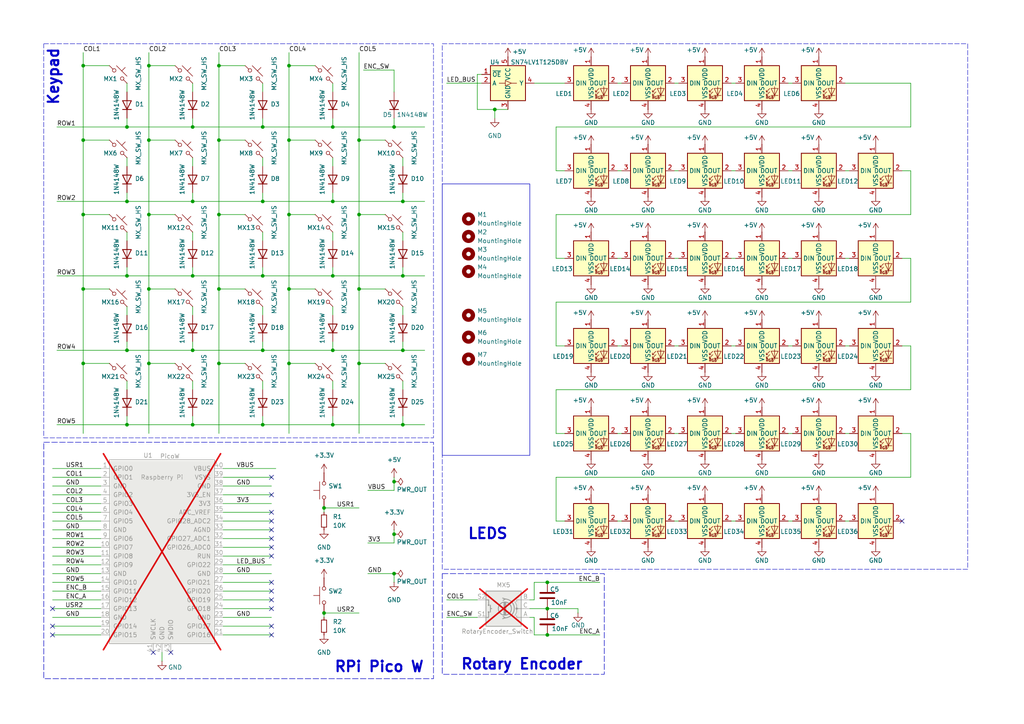
<source format=kicad_sch>
(kicad_sch (version 20231120) (generator "eeschema") (generator_version "8.0")
  (paper "A4")
  (title_block (title "Macropad 5x5") (date "2024-07-04") (rev "1") (comment 1 "(c) 2024 Rob Ludwick"))
  (junction (at 143.51 31.75))
  (junction (at 114.3 166.37))
  (junction (at 96.52 36.83))
  (junction (at 76.2 123.19))
  (junction (at 43.18 105.41))
  (junction (at 43.18 19.05))
  (junction (at 24.13 40.64))
  (junction (at 116.84 123.19))
  (junction (at 76.2 36.83))
  (junction (at 36.83 101.6))
  (junction (at 104.14 62.23))
  (junction (at 96.52 101.6))
  (junction (at 76.2 58.42))
  (junction (at 93.98 147.32))
  (junction (at 76.2 80.01))
  (junction (at 114.3 36.83))
  (junction (at 36.83 58.42))
  (junction (at 104.14 105.41))
  (junction (at 43.18 62.23))
  (junction (at 63.5 62.23))
  (junction (at 43.18 40.64))
  (junction (at 55.88 123.19))
  (junction (at 76.2 101.6))
  (junction (at 55.88 36.83))
  (junction (at 158.75 168.91))
  (junction (at 55.88 101.6))
  (junction (at 55.88 58.42))
  (junction (at 83.82 19.05))
  (junction (at 36.83 36.83))
  (junction (at 83.82 62.23))
  (junction (at 96.52 58.42))
  (junction (at 55.88 80.01))
  (junction (at 24.13 62.23))
  (junction (at 83.82 105.41))
  (junction (at 158.75 184.15))
  (junction (at 43.18 83.82))
  (junction (at 63.5 40.64))
  (junction (at 24.13 83.82))
  (junction (at 93.98 177.8))
  (junction (at 116.84 80.01))
  (junction (at 24.13 105.41))
  (junction (at 83.82 83.82))
  (junction (at 83.82 40.64))
  (junction (at 63.5 83.82))
  (junction (at 158.75 176.53))
  (junction (at 36.83 80.01))
  (junction (at 96.52 123.19))
  (junction (at 114.3 154.94))
  (junction (at 96.52 80.01))
  (junction (at 36.83 123.19))
  (junction (at 24.13 19.05))
  (junction (at 116.84 58.42))
  (junction (at 63.5 105.41))
  (junction (at 114.3 139.7))
  (junction (at 104.14 83.82))
  (junction (at 116.84 101.6))
  (junction (at 104.14 40.64))
  (junction (at 63.5 19.05))
  (no_connect (at 44.45 189.23))
  (no_connect (at 78.74 184.15))
  (no_connect (at 78.74 161.29))
  (no_connect (at 78.74 138.43))
  (no_connect (at 78.74 148.59))
  (no_connect (at 261.62 151.13))
  (no_connect (at 78.74 151.13))
  (no_connect (at 15.24 181.61))
  (no_connect (at 78.74 153.67))
  (no_connect (at 78.74 176.53))
  (no_connect (at 15.24 184.15))
  (no_connect (at 15.24 176.53))
  (no_connect (at 78.74 156.21))
  (no_connect (at 78.74 181.61))
  (no_connect (at 78.74 168.91))
  (no_connect (at 78.74 158.75))
  (no_connect (at 78.74 171.45))
  (no_connect (at 78.74 173.99))
  (no_connect (at 49.53 189.23))
  (no_connect (at 78.74 143.51))
  (wire (pts (xy 179.07 125.73) (xy 180.34 125.73)))
  (wire (pts (xy 36.83 77.47) (xy 36.83 80.01)))
  (wire (pts (xy 55.88 34.29) (xy 55.88 36.83)))
  (wire (pts (xy 129.54 173.99) (xy 138.43 173.99)))
  (wire (pts (xy 63.5 19.05) (xy 71.12 19.05)))
  (wire (pts (xy 105.41 20.32) (xy 114.3 20.32)))
  (wire (pts (xy 96.52 67.31) (xy 96.52 69.85)))
  (wire (pts (xy 36.83 34.29) (xy 36.83 36.83)))
  (wire (pts (xy 179.07 100.33) (xy 180.34 100.33)))
  (wire (pts (xy 64.77 181.61) (xy 78.74 181.61)))
  (wire (pts (xy 64.77 143.51) (xy 78.74 143.51)))
  (wire (pts (xy 143.51 31.75) (xy 143.51 34.29)))
  (wire (pts (xy 228.6 151.13) (xy 229.87 151.13)))
  (wire (pts (xy 55.88 110.49) (xy 55.88 113.03)))
  (wire (pts (xy 64.77 184.15) (xy 78.74 184.15)))
  (wire (pts (xy 158.75 168.91) (xy 173.99 168.91)))
  (wire (pts (xy 212.09 74.93) (xy 213.36 74.93)))
  (wire (pts (xy 195.58 100.33) (xy 196.85 100.33)))
  (wire (pts (xy 64.77 135.89) (xy 80.01 135.89)))
  (wire (pts (xy 161.29 113.03) (xy 264.16 113.03)))
  (wire (pts (xy 104.14 83.82) (xy 111.76 83.82)))
  (wire (pts (xy 24.13 62.23) (xy 24.13 83.82)))
  (wire (pts (xy 64.77 158.75) (xy 78.74 158.75)))
  (wire (pts (xy 55.88 120.65) (xy 55.88 123.19)))
  (wire (pts (xy 161.29 87.63) (xy 264.16 87.63)))
  (wire (pts (xy 153.67 176.53) (xy 158.75 176.53)))
  (wire (pts (xy 114.3 139.7) (xy 114.3 142.24)))
  (wire (pts (xy 63.5 83.82) (xy 71.12 83.82)))
  (wire (pts (xy 43.18 62.23) (xy 50.8 62.23)))
  (wire (pts (xy 114.3 36.83) (xy 123.19 36.83)))
  (wire (pts (xy 55.88 45.72) (xy 55.88 48.26)))
  (wire (pts (xy 179.07 24.13) (xy 180.34 24.13)))
  (wire (pts (xy 116.84 55.88) (xy 116.84 58.42)))
  (wire (pts (xy 158.75 176.53) (xy 167.64 176.53)))
  (wire (pts (xy 179.07 49.53) (xy 180.34 49.53)))
  (wire (pts (xy 245.11 24.13) (xy 264.16 24.13)))
  (wire (pts (xy 264.16 49.53) (xy 264.16 62.23)))
  (wire (pts (xy 96.52 99.06) (xy 96.52 101.6)))
  (wire (pts (xy 264.16 100.33) (xy 264.16 113.03)))
  (wire (pts (xy 63.5 62.23) (xy 63.5 83.82)))
  (wire (pts (xy 46.99 189.23) (xy 46.99 191.77)))
  (wire (pts (xy 116.84 110.49) (xy 116.84 113.03)))
  (wire (pts (xy 167.64 176.53) (xy 167.64 177.8)))
  (wire (pts (xy 106.68 142.24) (xy 114.3 142.24)))
  (wire (pts (xy 116.84 80.01) (xy 123.19 80.01)))
  (wire (pts (xy 76.2 77.47) (xy 76.2 80.01)))
  (wire (pts (xy 161.29 151.13) (xy 163.83 151.13)))
  (wire (pts (xy 96.52 88.9) (xy 96.52 91.44)))
  (wire (pts (xy 36.83 80.01) (xy 55.88 80.01)))
  (wire (pts (xy 55.88 77.47) (xy 55.88 80.01)))
  (wire (pts (xy 43.18 83.82) (xy 50.8 83.82)))
  (wire (pts (xy 114.3 153.67) (xy 114.3 154.94)))
  (wire (pts (xy 24.13 19.05) (xy 31.75 19.05)))
  (wire (pts (xy 83.82 83.82) (xy 91.44 83.82)))
  (wire (pts (xy 76.2 67.31) (xy 76.2 69.85)))
  (wire (pts (xy 96.52 45.72) (xy 96.52 48.26)))
  (wire (pts (xy 83.82 62.23) (xy 91.44 62.23)))
  (wire (pts (xy 55.88 58.42) (xy 76.2 58.42)))
  (wire (pts (xy 64.77 171.45) (xy 78.74 171.45)))
  (wire (pts (xy 261.62 100.33) (xy 264.16 100.33)))
  (wire (pts (xy 96.52 80.01) (xy 116.84 80.01)))
  (wire (pts (xy 76.2 88.9) (xy 76.2 91.44)))
  (wire (pts (xy 36.83 58.42) (xy 55.88 58.42)))
  (wire (pts (xy 83.82 19.05) (xy 83.82 40.64)))
  (wire (pts (xy 116.84 88.9) (xy 116.84 91.44)))
  (wire (pts (xy 245.11 151.13) (xy 246.38 151.13)))
  (wire (pts (xy 24.13 15.24) (xy 24.13 19.05)))
  (wire (pts (xy 36.83 110.49) (xy 36.83 113.03)))
  (wire (pts (xy 55.88 101.6) (xy 76.2 101.6)))
  (wire (pts (xy 83.82 15.24) (xy 83.82 19.05)))
  (wire (pts (xy 245.11 125.73) (xy 246.38 125.73)))
  (wire (pts (xy 228.6 24.13) (xy 229.87 24.13)))
  (wire (pts (xy 64.77 176.53) (xy 78.74 176.53)))
  (wire (pts (xy 138.43 21.59) (xy 138.43 31.75)))
  (wire (pts (xy 15.24 184.15) (xy 29.21 184.15)))
  (wire (pts (xy 116.84 99.06) (xy 116.84 101.6)))
  (wire (pts (xy 195.58 49.53) (xy 196.85 49.53)))
  (wire (pts (xy 96.52 55.88) (xy 96.52 58.42)))
  (wire (pts (xy 154.94 173.99) (xy 154.94 168.91)))
  (wire (pts (xy 36.83 45.72) (xy 36.83 48.26)))
  (wire (pts (xy 161.29 49.53) (xy 163.83 49.53)))
  (wire (pts (xy 83.82 62.23) (xy 83.82 83.82)))
  (wire (pts (xy 64.77 166.37) (xy 78.74 166.37)))
  (wire (pts (xy 114.3 166.37) (xy 114.3 168.91)))
  (wire (pts (xy 15.24 161.29) (xy 29.21 161.29)))
  (wire (pts (xy 228.6 100.33) (xy 229.87 100.33)))
  (wire (pts (xy 154.94 179.07) (xy 154.94 184.15)))
  (wire (pts (xy 24.13 40.64) (xy 24.13 62.23)))
  (wire (pts (xy 93.98 147.32) (xy 104.14 147.32)))
  (wire (pts (xy 15.24 179.07) (xy 29.21 179.07)))
  (wire (pts (xy 212.09 24.13) (xy 213.36 24.13)))
  (wire (pts (xy 195.58 74.93) (xy 196.85 74.93)))
  (wire (pts (xy 64.77 161.29) (xy 78.74 161.29)))
  (wire (pts (xy 76.2 34.29) (xy 76.2 36.83)))
  (wire (pts (xy 245.11 74.93) (xy 246.38 74.93)))
  (wire (pts (xy 104.14 40.64) (xy 104.14 62.23)))
  (wire (pts (xy 55.88 123.19) (xy 76.2 123.19)))
  (wire (pts (xy 63.5 19.05) (xy 63.5 40.64)))
  (wire (pts (xy 64.77 179.07) (xy 78.74 179.07)))
  (wire (pts (xy 104.14 105.41) (xy 111.76 105.41)))
  (wire (pts (xy 104.14 40.64) (xy 111.76 40.64)))
  (wire (pts (xy 114.3 154.94) (xy 114.3 157.48)))
  (wire (pts (xy 161.29 100.33) (xy 163.83 100.33)))
  (wire (pts (xy 154.94 24.13) (xy 163.83 24.13)))
  (wire (pts (xy 76.2 110.49) (xy 76.2 113.03)))
  (wire (pts (xy 245.11 49.53) (xy 246.38 49.53)))
  (wire (pts (xy 104.14 62.23) (xy 111.76 62.23)))
  (wire (pts (xy 212.09 49.53) (xy 213.36 49.53)))
  (wire (pts (xy 83.82 105.41) (xy 83.82 125.73)))
  (wire (pts (xy 15.24 166.37) (xy 29.21 166.37)))
  (wire (pts (xy 261.62 49.53) (xy 264.16 49.53)))
  (wire (pts (xy 116.84 77.47) (xy 116.84 80.01)))
  (wire (pts (xy 114.3 26.67) (xy 114.3 20.32)))
  (wire (pts (xy 15.24 173.99) (xy 29.21 173.99)))
  (wire (pts (xy 161.29 87.63) (xy 161.29 100.33)))
  (wire (pts (xy 104.14 15.24) (xy 104.14 40.64)))
  (wire (pts (xy 106.68 157.48) (xy 114.3 157.48)))
  (wire (pts (xy 24.13 19.05) (xy 24.13 40.64)))
  (wire (pts (xy 143.51 31.75) (xy 147.32 31.75)))
  (wire (pts (xy 64.77 140.97) (xy 78.74 140.97)))
  (wire (pts (xy 161.29 125.73) (xy 163.83 125.73)))
  (wire (pts (xy 64.77 153.67) (xy 78.74 153.67)))
  (wire (pts (xy 212.09 151.13) (xy 213.36 151.13)))
  (wire (pts (xy 96.52 77.47) (xy 96.52 80.01)))
  (wire (pts (xy 83.82 105.41) (xy 91.44 105.41)))
  (wire (pts (xy 43.18 19.05) (xy 50.8 19.05)))
  (wire (pts (xy 114.3 138.43) (xy 114.3 139.7)))
  (wire (pts (xy 43.18 40.64) (xy 43.18 62.23)))
  (wire (pts (xy 264.16 125.73) (xy 264.16 138.43)))
  (wire (pts (xy 76.2 123.19) (xy 96.52 123.19)))
  (wire (pts (xy 24.13 83.82) (xy 24.13 105.41)))
  (wire (pts (xy 43.18 105.41) (xy 43.18 125.73)))
  (wire (pts (xy 93.98 147.32) (xy 93.98 148.59)))
  (wire (pts (xy 16.51 36.83) (xy 36.83 36.83)))
  (wire (pts (xy 116.84 67.31) (xy 116.84 69.85)))
  (wire (pts (xy 83.82 40.64) (xy 83.82 62.23)))
  (wire (pts (xy 116.84 58.42) (xy 123.19 58.42)))
  (wire (pts (xy 116.84 123.19) (xy 123.19 123.19)))
  (wire (pts (xy 116.84 45.72) (xy 116.84 48.26)))
  (wire (pts (xy 55.88 55.88) (xy 55.88 58.42)))
  (wire (pts (xy 43.18 83.82) (xy 43.18 105.41)))
  (wire (pts (xy 96.52 34.29) (xy 96.52 36.83)))
  (wire (pts (xy 104.14 83.82) (xy 104.14 105.41)))
  (wire (pts (xy 15.24 168.91) (xy 29.21 168.91)))
  (wire (pts (xy 195.58 151.13) (xy 196.85 151.13)))
  (wire (pts (xy 96.52 58.42) (xy 116.84 58.42)))
  (wire (pts (xy 161.29 62.23) (xy 264.16 62.23)))
  (wire (pts (xy 104.14 62.23) (xy 104.14 83.82)))
  (wire (pts (xy 179.07 151.13) (xy 180.34 151.13)))
  (wire (pts (xy 36.83 67.31) (xy 36.83 69.85)))
  (wire (pts (xy 64.77 146.05) (xy 78.74 146.05)))
  (wire (pts (xy 161.29 74.93) (xy 163.83 74.93)))
  (wire (pts (xy 15.24 176.53) (xy 29.21 176.53)))
  (wire (pts (xy 161.29 62.23) (xy 161.29 74.93)))
  (wire (pts (xy 154.94 184.15) (xy 158.75 184.15)))
  (wire (pts (xy 212.09 125.73) (xy 213.36 125.73)))
  (wire (pts (xy 228.6 49.53) (xy 229.87 49.53)))
  (wire (pts (xy 16.51 101.6) (xy 36.83 101.6)))
  (wire (pts (xy 76.2 120.65) (xy 76.2 123.19)))
  (wire (pts (xy 24.13 105.41) (xy 31.75 105.41)))
  (wire (pts (xy 24.13 62.23) (xy 31.75 62.23)))
  (wire (pts (xy 179.07 74.93) (xy 180.34 74.93)))
  (wire (pts (xy 24.13 105.41) (xy 24.13 125.73)))
  (wire (pts (xy 55.88 99.06) (xy 55.88 101.6)))
  (wire (pts (xy 15.24 140.97) (xy 29.21 140.97)))
  (wire (pts (xy 29.21 135.89) (xy 15.24 135.89)))
  (wire (pts (xy 264.16 24.13) (xy 264.16 36.83)))
  (wire (pts (xy 43.18 62.23) (xy 43.18 83.82)))
  (wire (pts (xy 36.83 99.06) (xy 36.83 101.6)))
  (wire (pts (xy 55.88 80.01) (xy 76.2 80.01)))
  (wire (pts (xy 43.18 40.64) (xy 50.8 40.64)))
  (wire (pts (xy 138.43 31.75) (xy 143.51 31.75)))
  (wire (pts (xy 36.83 101.6) (xy 55.88 101.6)))
  (wire (pts (xy 96.52 110.49) (xy 96.52 113.03)))
  (wire (pts (xy 93.98 177.8) (xy 93.98 179.07)))
  (wire (pts (xy 36.83 88.9) (xy 36.83 91.44)))
  (wire (pts (xy 63.5 105.41) (xy 71.12 105.41)))
  (wire (pts (xy 129.54 179.07) (xy 138.43 179.07)))
  (wire (pts (xy 261.62 74.93) (xy 264.16 74.93)))
  (wire (pts (xy 264.16 74.93) (xy 264.16 87.63)))
  (wire (pts (xy 161.29 36.83) (xy 264.16 36.83)))
  (wire (pts (xy 96.52 24.13) (xy 96.52 26.67)))
  (wire (pts (xy 36.83 55.88) (xy 36.83 58.42)))
  (wire (pts (xy 96.52 101.6) (xy 116.84 101.6)))
  (wire (pts (xy 64.77 148.59) (xy 78.74 148.59)))
  (wire (pts (xy 76.2 24.13) (xy 76.2 26.67)))
  (wire (pts (xy 55.88 88.9) (xy 55.88 91.44)))
  (wire (pts (xy 64.77 156.21) (xy 78.74 156.21)))
  (wire (pts (xy 16.51 80.01) (xy 36.83 80.01)))
  (wire (pts (xy 29.21 138.43) (xy 15.24 138.43)))
  (wire (pts (xy 15.24 146.05) (xy 29.21 146.05)))
  (wire (pts (xy 15.24 171.45) (xy 29.21 171.45)))
  (wire (pts (xy 64.77 168.91) (xy 78.74 168.91)))
  (wire (pts (xy 161.29 138.43) (xy 161.29 151.13)))
  (wire (pts (xy 116.84 101.6) (xy 123.19 101.6)))
  (wire (pts (xy 76.2 58.42) (xy 96.52 58.42)))
  (wire (pts (xy 104.14 105.41) (xy 104.14 125.73)))
  (wire (pts (xy 15.24 143.51) (xy 29.21 143.51)))
  (wire (pts (xy 195.58 125.73) (xy 196.85 125.73)))
  (wire (pts (xy 158.75 184.15) (xy 173.99 184.15)))
  (wire (pts (xy 55.88 24.13) (xy 55.88 26.67)))
  (wire (pts (xy 83.82 40.64) (xy 91.44 40.64)))
  (wire (pts (xy 96.52 36.83) (xy 114.3 36.83)))
  (wire (pts (xy 15.24 163.83) (xy 29.21 163.83)))
  (wire (pts (xy 24.13 40.64) (xy 31.75 40.64)))
  (wire (pts (xy 139.7 21.59) (xy 138.43 21.59)))
  (wire (pts (xy 16.51 58.42) (xy 36.83 58.42)))
  (wire (pts (xy 228.6 74.93) (xy 229.87 74.93)))
  (wire (pts (xy 64.77 151.13) (xy 78.74 151.13)))
  (wire (pts (xy 161.29 138.43) (xy 264.16 138.43)))
  (wire (pts (xy 63.5 62.23) (xy 71.12 62.23)))
  (wire (pts (xy 36.83 120.65) (xy 36.83 123.19)))
  (wire (pts (xy 15.24 181.61) (xy 29.21 181.61)))
  (wire (pts (xy 15.24 156.21) (xy 29.21 156.21)))
  (wire (pts (xy 63.5 105.41) (xy 63.5 125.73)))
  (wire (pts (xy 63.5 40.64) (xy 71.12 40.64)))
  (wire (pts (xy 228.6 125.73) (xy 229.87 125.73)))
  (wire (pts (xy 16.51 123.19) (xy 36.83 123.19)))
  (wire (pts (xy 76.2 80.01) (xy 96.52 80.01)))
  (wire (pts (xy 76.2 101.6) (xy 96.52 101.6)))
  (wire (pts (xy 15.24 148.59) (xy 29.21 148.59)))
  (wire (pts (xy 129.54 24.13) (xy 139.7 24.13)))
  (wire (pts (xy 153.67 173.99) (xy 154.94 173.99)))
  (wire (pts (xy 15.24 158.75) (xy 29.21 158.75)))
  (wire (pts (xy 36.83 24.13) (xy 36.83 26.67)))
  (wire (pts (xy 43.18 15.24) (xy 43.18 19.05)))
  (wire (pts (xy 195.58 24.13) (xy 196.85 24.13)))
  (wire (pts (xy 76.2 45.72) (xy 76.2 48.26)))
  (wire (pts (xy 76.2 99.06) (xy 76.2 101.6)))
  (wire (pts (xy 43.18 19.05) (xy 43.18 40.64)))
  (wire (pts (xy 76.2 55.88) (xy 76.2 58.42)))
  (wire (pts (xy 64.77 173.99) (xy 78.74 173.99)))
  (wire (pts (xy 55.88 67.31) (xy 55.88 69.85)))
  (wire (pts (xy 96.52 120.65) (xy 96.52 123.19)))
  (wire (pts (xy 43.18 105.41) (xy 50.8 105.41)))
  (wire (pts (xy 83.82 19.05) (xy 91.44 19.05)))
  (wire (pts (xy 15.24 153.67) (xy 29.21 153.67)))
  (wire (pts (xy 114.3 34.29) (xy 114.3 36.83)))
  (wire (pts (xy 161.29 36.83) (xy 161.29 49.53)))
  (wire (pts (xy 24.13 83.82) (xy 31.75 83.82)))
  (wire (pts (xy 55.88 36.83) (xy 76.2 36.83)))
  (wire (pts (xy 153.67 179.07) (xy 154.94 179.07)))
  (wire (pts (xy 63.5 83.82) (xy 63.5 105.41)))
  (wire (pts (xy 63.5 40.64) (xy 63.5 62.23)))
  (wire (pts (xy 76.2 36.83) (xy 96.52 36.83)))
  (wire (pts (xy 36.83 123.19) (xy 55.88 123.19)))
  (wire (pts (xy 96.52 123.19) (xy 116.84 123.19)))
  (wire (pts (xy 93.98 177.8) (xy 104.14 177.8)))
  (wire (pts (xy 64.77 163.83) (xy 78.74 163.83)))
  (wire (pts (xy 83.82 83.82) (xy 83.82 105.41)))
  (wire (pts (xy 154.94 168.91) (xy 158.75 168.91)))
  (wire (pts (xy 245.11 100.33) (xy 246.38 100.33)))
  (wire (pts (xy 64.77 138.43) (xy 78.74 138.43)))
  (wire (pts (xy 15.24 151.13) (xy 29.21 151.13)))
  (wire (pts (xy 116.84 120.65) (xy 116.84 123.19)))
  (wire (pts (xy 106.68 166.37) (xy 114.3 166.37)))
  (wire (pts (xy 212.09 100.33) (xy 213.36 100.33)))
  (wire (pts (xy 63.5 15.24) (xy 63.5 19.05)))
  (wire (pts (xy 161.29 113.03) (xy 161.29 125.73)))
  (wire (pts (xy 36.83 36.83) (xy 55.88 36.83)))
  (wire (pts (xy 261.62 125.73) (xy 264.16 125.73)))
  (rectangle (start 12.7 128.27) (end 125.73 196.85) (stroke (width 0) (type dash)))
  (rectangle (start 128.27 53.34) (end 153.67 132.08))
  (rectangle (start 128.27 166.37) (end 175.26 195.58) (stroke (width 0) (type dash)))
  (rectangle (start 128.27 12.7) (end 280.67 165.1) (stroke (width 0.127) (type dash)))
  (rectangle (start 12.7 12.7) (end 125.73 127) (stroke (width 0.127) (type dash)))
  (text "LEDS" (at 141.478 154.94 0) (effects (font (size 3.048 3.048) (thickness 0.6096) (bold yes))))
  (text "Rotary Encoder" (at 151.384 192.786 0) (effects (font (size 3.048 3.048) (bold yes))))
  (text "Keypad\n" (at 15.494 22.352 90) (effects (font (size 3.048 3.048) (thickness 0.6096) (bold yes))))
  (text "RPi Pico W\n" (at 109.982 193.548 0) (effects (font (size 3.048 3.048) (thickness 0.6096) (bold yes))))
  (label "3V3" (at 106.68 157.48 0))
  (label "USR1" (at 102.87 147.32 180))
  (label "COL1" (at 24.13 15.24 0))
  (label "ROW1" (at 19.05 156.21 0))
  (label "USR2" (at 102.87 177.8 180))
  (label "ROW4" (at 16.51 101.6 0))
  (label "GND" (at 68.58 166.37 0))
  (label "ROW3" (at 19.05 161.29 0))
  (label "COL4" (at 83.82 15.24 0))
  (label "GND" (at 68.58 179.07 0))
  (label "ENC_A" (at 19.05 173.99 0))
  (label "VBUS" (at 68.58 135.89 0))
  (label "ENC_A" (at 173.99 184.15 180))
  (label "COL5" (at 104.14 15.24 0))
  (label "ROW3" (at 16.51 80.01 0))
  (label "LED_BUS" (at 129.54 24.13 0))
  (label "COL3" (at 19.05 146.05 0))
  (label "COL2" (at 19.05 143.51 0))
  (label "ROW5" (at 19.05 168.91 0))
  (label "GND" (at 68.58 140.97 0))
  (label "ROW2" (at 16.51 58.42 0))
  (label "ROW5" (at 16.51 123.19 0))
  (label "ENC_SW" (at 129.54 179.07 0))
  (label "LED_BUS" (at 68.58 163.83 0))
  (label "ROW4" (at 19.05 163.83 0))
  (label "GND" (at 19.05 166.37 0))
  (label "COL3" (at 63.5 15.24 0))
  (label "COL5" (at 129.54 173.99 0))
  (label "GND" (at 19.05 153.67 0))
  (label "COL4" (at 19.05 148.59 0))
  (label "ENC_B" (at 19.05 171.45 0))
  (label "3V3" (at 68.58 146.05 0))
  (label "COL2" (at 43.18 15.24 0))
  (label "ROW2" (at 19.05 158.75 0))
  (label "ENC_B" (at 173.99 168.91 180))
  (label "COL5" (at 19.05 151.13 0))
  (label "VBUS" (at 106.68 142.24 0))
  (label "GND" (at 19.05 179.07 0))
  (label "USR1" (at 19.05 135.89 0))
  (label "ENC_SW" (at 105.41 20.32 0))
  (label "GND" (at 106.68 166.37 0))
  (label "GND" (at 19.05 140.97 0))
  (label "USR2" (at 24.13 176.53 180))
  (label "ROW1" (at 16.51 36.83 0))
  (label "COL1" (at 19.05 138.43 0))
  (symbol (lib_id "power:+5V") (at 204.47 118.11 0) (unit 1)
    (property "Reference" "#PWR066" (effects (hide yes)))
    (property "Value" "+5V" (at 201.168 116.078 0))
    (property "Description" "Power symbol creates a global label with name \"+5V\"" (effects (hide yes)))
  )
  (symbol (lib_id "PCM_marbastlib-mx:MX_SW_HS_CPG151101S11") (at 114.3 86.36 0) (unit 1)
    (property "Reference" "MX20" (at 112.014 87.63 0))
    (property "Value" "MX_SW_HS" (at 120.142 86.106 90))
    (property "Footprint" "Macropad:SW_Cherry_MX_PCB_1.25u" (effects (hide yes)))
    (property "Description" "Push button switch, normally open, two pins, 45° tilted, Kailh CPG151101S11 for Cherry MX style switches" (effects (hide yes)))
    (property "LCSC" "C5156480" (effects (hide yes)))
  )
  (symbol (lib_id "PCM_marbastlib-mx:MX_SW_HS_CPG151101S11") (at 34.29 21.59 0) (unit 1)
    (property "Reference" "MX1" (at 32.004 22.86 0))
    (property "Value" "MX_SW_HS" (at 40.132 21.336 90))
    (property "Footprint" "Macropad:SW_Cherry_MX_PCB_1.00u" (effects (hide yes)))
    (property "Description" "Push button switch, normally open, two pins, 45° tilted, Kailh CPG151101S11 for Cherry MX style switches" (effects (hide yes)))
    (property "LCSC" "C5156480" (effects (hide yes)))
  )
  (symbol (lib_id "Diode:1N4148W") (at 76.2 73.66 90) (unit 1)
    (property "Reference" "D13" (at 78.486 73.406 90) (effects (justify right)))
    (property "Value" "1N4148W" (at 73.152 69.088 0) (effects (justify right)))
    (property "Footprint" "Diode_SMD:D_SOD-123" (effects (hide yes)))
    (property "Datasheet" "https://www.vishay.com/docs/85748/1n4148w.pdf" (effects (hide yes)))
    (property "Description" "75V 0.15A Fast Switching Diode, SOD-123" (effects (hide yes)))
    (property "Sim.Device" "D" (effects (hide yes)))
    (property "Sim.Pins" "1=K 2=A" (effects (hide yes)))
    (property "LCSC" "C81598" (effects (hide yes)))
  )
  (symbol (lib_id "power:+5V") (at 114.3 153.67 0) (unit 1)
    (property "Reference" "#PWR046" (effects (hide yes)))
    (property "Value" "+3.3V" (at 114.3 148.59 0))
    (property "Description" "Power symbol creates a global label with name \"+5V\"" (effects (hide yes)))
  )
  (symbol (lib_id "Diode:1N4148W") (at 55.88 52.07 90) (unit 1)
    (property "Reference" "D7" (at 58.166 51.816 90) (effects (justify right)))
    (property "Value" "1N4148W" (at 52.832 47.498 0) (effects (justify right)))
    (property "Footprint" "Diode_SMD:D_SOD-123" (effects (hide yes)))
    (property "Datasheet" "https://www.vishay.com/docs/85748/1n4148w.pdf" (effects (hide yes)))
    (property "Description" "75V 0.15A Fast Switching Diode, SOD-123" (effects (hide yes)))
    (property "Sim.Device" "D" (effects (hide yes)))
    (property "Sim.Pins" "1=K 2=A" (effects (hide yes)))
    (property "LCSC" "C81598" (effects (hide yes)))
  )
  (symbol (lib_id "power:+5V") (at 237.49 143.51 0) (unit 1)
    (property "Reference" "#PWR080" (effects (hide yes)))
    (property "Value" "+5V" (at 234.188 141.478 0))
    (property "Description" "Power symbol creates a global label with name \"+5V\"" (effects (hide yes)))
  )
  (symbol (lib_id "power:+5V") (at 220.98 16.51 0) (unit 1)
    (property "Reference" "#PWR07" (effects (hide yes)))
    (property "Value" "+5V" (at 217.678 14.478 0))
    (property "Description" "Power symbol creates a global label with name \"+5V\"" (effects (hide yes)))
  )
  (symbol (lib_id "Logic_LevelTranslator:SN74LV1T125DBV") (at 147.32 24.13 0) (unit 1)
    (property "Reference" "U4" (at 143.51 18.034 0))
    (property "Value" "SN74LV1T125DBV" (at 156.464 18.034 0))
    (property "Footprint" "Package_TO_SOT_SMD:SOT-23-5" (effects (hide yes)))
    (property "Datasheet" "https://www.ti.com/lit/ds/symlink/sn74lv1t125.pdf" (effects (hide yes)))
    (property "Description" "Single Power Supply, Single Buffer Gate with 3-State Output, CMOS Logic Level Shifter Level Shifter, SOT-23-5" (effects (hide yes)))
    (property "LCSC" "C473338" (effects (hide yes)))
  )
  (symbol (lib_id "power:+5V") (at 187.96 67.31 0) (unit 1)
    (property "Reference" "#PWR029" (effects (hide yes)))
    (property "Value" "+5V" (at 184.658 65.278 0))
    (property "Description" "Power symbol creates a global label with name \"+5V\"" (effects (hide yes)))
  )
  (symbol (lib_id "power:GND") (at 93.98 153.67 0) (unit 1)
    (property "Reference" "#PWR01" (effects (hide yes)))
    (property "Value" "GND" (at 93.98 158.75 0))
    (property "Description" "Power symbol creates a global label with name \"GND\" , ground" (effects (hide yes)))
  )
  (symbol (lib_id "power:+5V") (at 171.45 143.51 0) (unit 1)
    (property "Reference" "#PWR076" (effects (hide yes)))
    (property "Value" "+5V" (at 168.148 141.478 0))
    (property "Description" "Power symbol creates a global label with name \"+5V\"" (effects (hide yes)))
  )
  (symbol (lib_id "PCM_marbastlib-mx:MX_SW_HS_CPG151101S11") (at 34.29 86.36 0) (unit 1)
    (property "Reference" "MX16" (at 32.004 87.63 0))
    (property "Value" "MX_SW_HS" (at 40.132 86.106 90))
    (property "Footprint" "Macropad:SW_Cherry_MX_PCB_1.00u" (effects (hide yes)))
    (property "Description" "Push button switch, normally open, two pins, 45° tilted, Kailh CPG151101S11 for Cherry MX style switches" (effects (hide yes)))
    (property "LCSC" "C5156480" (effects (hide yes)))
  )
  (symbol (lib_id "power:+5V") (at 220.98 41.91 0) (unit 1)
    (property "Reference" "#PWR019" (effects (hide yes)))
    (property "Value" "+5V" (at 217.678 39.878 0))
    (property "Description" "Power symbol creates a global label with name \"+5V\"" (effects (hide yes)))
  )
  (symbol (lib_id "PCM_marbastlib-choc:choc_SK6812MINI-E") (at 187.96 125.73 0) (unit 1)
    (property "Reference" "LED26" (at 179.832 128.778 0))
    (property "Value" "choc_SK6812MINI-E" (effects (hide yes)))
    (property "Footprint" "Macropad:LED_choc_6028R" (effects (hide yes)))
    (property "Description" "Reverse mount adressable LED (WS2812 protocol)" (effects (hide yes)))
    (property "LCSC" "C5378731" (effects (hide yes)))
  )
  (symbol (lib_id "power:GND") (at 254 57.15 0) (unit 1)
    (property "Reference" "#PWR027" (effects (hide yes)))
    (property "Value" "GND" (at 254 60.96 0))
    (property "Description" "Power symbol creates a global label with name \"GND\" , ground" (effects (hide yes)))
  )
  (symbol (lib_id "power:GND") (at 171.45 158.75 0) (unit 1)
    (property "Reference" "#PWR082" (effects (hide yes)))
    (property "Value" "GND" (at 171.45 162.56 0))
    (property "Description" "Power symbol creates a global label with name \"GND\" , ground" (effects (hide yes)))
  )
  (symbol (lib_id "power:GND") (at 171.45 107.95 0) (unit 1)
    (property "Reference" "#PWR058" (effects (hide yes)))
    (property "Value" "GND" (at 171.45 111.76 0))
    (property "Description" "Power symbol creates a global label with name \"GND\" , ground" (effects (hide yes)))
  )
  (symbol (lib_id "Diode:1N4148W") (at 76.2 116.84 90) (unit 1)
    (property "Reference" "D23" (at 78.486 116.586 90) (effects (justify right)))
    (property "Value" "1N4148W" (at 73.152 112.268 0) (effects (justify right)))
    (property "Footprint" "Diode_SMD:D_SOD-123" (effects (hide yes)))
    (property "Datasheet" "https://www.vishay.com/docs/85748/1n4148w.pdf" (effects (hide yes)))
    (property "Description" "75V 0.15A Fast Switching Diode, SOD-123" (effects (hide yes)))
    (property "Sim.Device" "D" (effects (hide yes)))
    (property "Sim.Pins" "1=K 2=A" (effects (hide yes)))
    (property "LCSC" "C81598" (effects (hide yes)))
  )
  (symbol (lib_id "power:+5V") (at 114.3 138.43 0) (unit 1)
    (property "Reference" "#PWR045" (effects (hide yes)))
    (property "Value" "+5V" (at 114.3 133.35 0))
    (property "Description" "Power symbol creates a global label with name \"+5V\"" (effects (hide yes)))
  )
  (symbol (lib_id "PCM_marbastlib-choc:choc_SK6812MINI-E") (at 204.47 24.13 0) (unit 1)
    (property "Reference" "LED3" (at 196.596 27.178 0))
    (property "Value" "choc_SK6812MINI-E" (effects (hide yes)))
    (property "Footprint" "Macropad:LED_choc_6028R" (effects (hide yes)))
    (property "Description" "Reverse mount adressable LED (WS2812 protocol)" (effects (hide yes)))
    (property "LCSC" "C5378731" (effects (hide yes)))
  )
  (symbol (lib_id "PCM_marbastlib-choc:choc_SK6812MINI-E") (at 237.49 74.93 0) (unit 1)
    (property "Reference" "LED17" (at 229.362 77.978 0))
    (property "Value" "choc_SK6812MINI-E" (effects (hide yes)))
    (property "Footprint" "Macropad:LED_choc_6028R" (effects (hide yes)))
    (property "Description" "Reverse mount adressable LED (WS2812 protocol)" (effects (hide yes)))
    (property "LCSC" "C5378731" (effects (hide yes)))
  )
  (symbol (lib_id "power:GND") (at 171.45 57.15 0) (unit 1)
    (property "Reference" "#PWR022" (effects (hide yes)))
    (property "Value" "GND" (at 171.45 60.96 0))
    (property "Description" "Power symbol creates a global label with name \"GND\" , ground" (effects (hide yes)))
  )
  (symbol (lib_id "Diode:1N4148W") (at 76.2 52.07 90) (unit 1)
    (property "Reference" "D8" (at 78.486 51.816 90) (effects (justify right)))
    (property "Value" "1N4148W" (at 73.152 47.498 0) (effects (justify right)))
    (property "Footprint" "Diode_SMD:D_SOD-123" (effects (hide yes)))
    (property "Datasheet" "https://www.vishay.com/docs/85748/1n4148w.pdf" (effects (hide yes)))
    (property "Description" "75V 0.15A Fast Switching Diode, SOD-123" (effects (hide yes)))
    (property "Sim.Device" "D" (effects (hide yes)))
    (property "Sim.Pins" "1=K 2=A" (effects (hide yes)))
    (property "LCSC" "C81598" (effects (hide yes)))
  )
  (symbol (lib_id "PCM_marbastlib-choc:choc_SK6812MINI-E") (at 204.47 125.73 0) (unit 1)
    (property "Reference" "LED27" (at 196.342 128.778 0))
    (property "Value" "choc_SK6812MINI-E" (effects (hide yes)))
    (property "Footprint" "Macropad:LED_choc_6028R" (effects (hide yes)))
    (property "Description" "Reverse mount adressable LED (WS2812 protocol)" (effects (hide yes)))
    (property "LCSC" "C5378731" (effects (hide yes)))
  )
  (symbol (lib_id "PCM_marbastlib-choc:choc_SK6812MINI-E") (at 254 125.73 0) (unit 1)
    (property "Reference" "LED30" (at 245.872 128.778 0))
    (property "Value" "choc_SK6812MINI-E" (effects (hide yes)))
    (property "Footprint" "Macropad:LED_choc_6028R" (effects (hide yes)))
    (property "Description" "Reverse mount adressable LED (WS2812 protocol)" (effects (hide yes)))
    (property "LCSC" "C5378731" (effects (hide yes)))
  )
  (symbol (lib_id "power:+5V") (at 204.47 67.31 0) (unit 1)
    (property "Reference" "#PWR030" (effects (hide yes)))
    (property "Value" "+5V" (at 201.168 65.278 0))
    (property "Description" "Power symbol creates a global label with name \"+5V\"" (effects (hide yes)))
  )
  (symbol (lib_id "power:+3.3V") (at 93.98 167.64 0) (unit 1)
    (property "Reference" "#PWR041" (effects (hide yes)))
    (property "Value" "+3.3V" (at 93.98 162.56 0))
    (property "Description" "Power symbol creates a global label with name \"+3.3V\"" (effects (hide yes)))
  )
  (symbol (lib_id "power:GND") (at 237.49 57.15 0) (unit 1)
    (property "Reference" "#PWR026" (effects (hide yes)))
    (property "Value" "GND" (at 237.49 60.96 0))
    (property "Description" "Power symbol creates a global label with name \"GND\" , ground" (effects (hide yes)))
  )
  (symbol (lib_id "Diode:1N4148W") (at 36.83 52.07 90) (unit 1)
    (property "Reference" "D6" (at 39.116 51.816 90) (effects (justify right)))
    (property "Value" "1N4148W" (at 33.782 47.498 0) (effects (justify right)))
    (property "Footprint" "Diode_SMD:D_SOD-123" (effects (hide yes)))
    (property "Datasheet" "https://www.vishay.com/docs/85748/1n4148w.pdf" (effects (hide yes)))
    (property "Description" "75V 0.15A Fast Switching Diode, SOD-123" (effects (hide yes)))
    (property "Sim.Device" "D" (effects (hide yes)))
    (property "Sim.Pins" "1=K 2=A" (effects (hide yes)))
    (property "LCSC" "C81598" (effects (hide yes)))
  )
  (symbol (lib_id "power:PWR_FLAG") (at 114.3 166.37 270) (unit 1)
    (property "Reference" "#FLG01" (effects (hide yes)))
    (property "Value" "PWR_OUT" (at 115.062 168.656 90) (effects (justify left)))
    (property "Description" "Special symbol for telling ERC where power comes from" (effects (hide yes)))
  )
  (symbol (lib_id "power:GND") (at 204.47 107.95 0) (unit 1)
    (property "Reference" "#PWR060" (effects (hide yes)))
    (property "Value" "GND" (at 204.47 111.76 0))
    (property "Description" "Power symbol creates a global label with name \"GND\" , ground" (effects (hide yes)))
  )
  (symbol (lib_id "PCM_marbastlib-mx:MX_SW_HS_CPG151101S11") (at 73.66 107.95 0) (unit 1)
    (property "Reference" "MX23" (at 71.374 109.22 0))
    (property "Value" "MX_SW_HS" (at 79.502 107.696 90))
    (property "Footprint" "Macropad:SW_Cherry_MX_PCB_1.00u" (effects (hide yes)))
    (property "Description" "Push button switch, normally open, two pins, 45° tilted, Kailh CPG151101S11 for Cherry MX style switches" (effects (hide yes)))
    (property "LCSC" "C5156480" (effects (hide yes)))
  )
  (symbol (lib_id "power:GND") (at 204.47 158.75 0) (unit 1)
    (property "Reference" "#PWR084" (effects (hide yes)))
    (property "Value" "GND" (at 204.47 162.56 0))
    (property "Description" "Power symbol creates a global label with name \"GND\" , ground" (effects (hide yes)))
  )
  (symbol (lib_id "power:+5V") (at 187.96 143.51 0) (unit 1)
    (property "Reference" "#PWR077" (effects (hide yes)))
    (property "Value" "+5V" (at 184.658 141.478 0))
    (property "Description" "Power symbol creates a global label with name \"+5V\"" (effects (hide yes)))
  )
  (symbol (lib_id "Diode:1N4148W") (at 55.88 95.25 90) (unit 1)
    (property "Reference" "D17" (at 58.166 94.996 90) (effects (justify right)))
    (property "Value" "1N4148W" (at 52.832 90.678 0) (effects (justify right)))
    (property "Footprint" "Diode_SMD:D_SOD-123" (effects (hide yes)))
    (property "Datasheet" "https://www.vishay.com/docs/85748/1n4148w.pdf" (effects (hide yes)))
    (property "Description" "75V 0.15A Fast Switching Diode, SOD-123" (effects (hide yes)))
    (property "Sim.Device" "D" (effects (hide yes)))
    (property "Sim.Pins" "1=K 2=A" (effects (hide yes)))
    (property "LCSC" "C81598" (effects (hide yes)))
  )
  (symbol (lib_id "PCM_marbastlib-mx:MX_SW_HS_CPG151101S11") (at 73.66 21.59 0) (unit 1)
    (property "Reference" "MX3" (at 71.374 22.86 0))
    (property "Value" "MX_SW_HS" (at 79.502 21.336 90))
    (property "Footprint" "Macropad:SW_Cherry_MX_PCB_1.00u" (effects (hide yes)))
    (property "Description" "Push button switch, normally open, two pins, 45° tilted, Kailh CPG151101S11 for Cherry MX style switches" (effects (hide yes)))
    (property "LCSC" "C5156480" (effects (hide yes)))
  )
  (symbol (lib_id "Diode:1N4148W") (at 55.88 116.84 90) (unit 1)
    (property "Reference" "D22" (at 58.166 116.586 90) (effects (justify right)))
    (property "Value" "1N4148W" (at 52.832 112.268 0) (effects (justify right)))
    (property "Footprint" "Diode_SMD:D_SOD-123" (effects (hide yes)))
    (property "Datasheet" "https://www.vishay.com/docs/85748/1n4148w.pdf" (effects (hide yes)))
    (property "Description" "75V 0.15A Fast Switching Diode, SOD-123" (effects (hide yes)))
    (property "Sim.Device" "D" (effects (hide yes)))
    (property "Sim.Pins" "1=K 2=A" (effects (hide yes)))
    (property "LCSC" "C81598" (effects (hide yes)))
  )
  (symbol (lib_id "power:GND") (at 254 133.35 0) (unit 1)
    (property "Reference" "#PWR075" (effects (hide yes)))
    (property "Value" "GND" (at 254 137.16 0))
    (property "Description" "Power symbol creates a global label with name \"GND\" , ground" (effects (hide yes)))
  )
  (symbol (lib_id "power:GND") (at 187.96 133.35 0) (unit 1)
    (property "Reference" "#PWR071" (effects (hide yes)))
    (property "Value" "GND" (at 187.96 137.16 0))
    (property "Description" "Power symbol creates a global label with name \"GND\" , ground" (effects (hide yes)))
  )
  (symbol (lib_id "power:+5V") (at 171.45 92.71 0) (unit 1)
    (property "Reference" "#PWR040" (effects (hide yes)))
    (property "Value" "+5V" (at 168.148 90.678 0))
    (property "Description" "Power symbol creates a global label with name \"+5V\"" (effects (hide yes)))
  )
  (symbol (lib_id "power:+5V") (at 171.45 118.11 0) (unit 1)
    (property "Reference" "#PWR064" (effects (hide yes)))
    (property "Value" "+5V" (at 168.148 116.078 0))
    (property "Description" "Power symbol creates a global label with name \"+5V\"" (effects (hide yes)))
  )
  (symbol (lib_id "power:+5V") (at 171.45 67.31 0) (unit 1)
    (property "Reference" "#PWR028" (effects (hide yes)))
    (property "Value" "+5V" (at 168.148 65.278 0))
    (property "Description" "Power symbol creates a global label with name \"+5V\"" (effects (hide yes)))
  )
  (symbol (lib_id "Diode:1N4148W") (at 96.52 95.25 90) (unit 1)
    (property "Reference" "D19" (at 98.806 94.996 90) (effects (justify right)))
    (property "Value" "1N4148W" (at 93.472 90.678 0) (effects (justify right)))
    (property "Footprint" "Diode_SMD:D_SOD-123" (effects (hide yes)))
    (property "Datasheet" "https://www.vishay.com/docs/85748/1n4148w.pdf" (effects (hide yes)))
    (property "Description" "75V 0.15A Fast Switching Diode, SOD-123" (effects (hide yes)))
    (property "Sim.Device" "D" (effects (hide yes)))
    (property "Sim.Pins" "1=K 2=A" (effects (hide yes)))
    (property "LCSC" "C81598" (effects (hide yes)))
  )
  (symbol (lib_id "Diode:1N4148W") (at 76.2 95.25 90) (unit 1)
    (property "Reference" "D18" (at 78.486 94.996 90) (effects (justify right)))
    (property "Value" "1N4148W" (at 73.152 90.678 0) (effects (justify right)))
    (property "Footprint" "Diode_SMD:D_SOD-123" (effects (hide yes)))
    (property "Datasheet" "https://www.vishay.com/docs/85748/1n4148w.pdf" (effects (hide yes)))
    (property "Description" "75V 0.15A Fast Switching Diode, SOD-123" (effects (hide yes)))
    (property "Sim.Device" "D" (effects (hide yes)))
    (property "Sim.Pins" "1=K 2=A" (effects (hide yes)))
    (property "LCSC" "C81598" (effects (hide yes)))
  )
  (symbol (lib_id "PCM_marbastlib-mx:MX_SW_HS_CPG151101S11") (at 34.29 107.95 0) (unit 1)
    (property "Reference" "MX21" (at 32.004 109.22 0))
    (property "Value" "MX_SW_HS" (at 40.132 107.696 90))
    (property "Footprint" "Macropad:SW_Cherry_MX_PCB_1.00u" (effects (hide yes)))
    (property "Description" "Push button switch, normally open, two pins, 45° tilted, Kailh CPG151101S11 for Cherry MX style switches" (effects (hide yes)))
    (property "LCSC" "C5156480" (effects (hide yes)))
  )
  (symbol (lib_id "Diode:1N4148W") (at 96.52 73.66 90) (unit 1)
    (property "Reference" "D14" (at 98.806 73.406 90) (effects (justify right)))
    (property "Value" "1N4148W" (at 93.472 69.088 0) (effects (justify right)))
    (property "Footprint" "Diode_SMD:D_SOD-123" (effects (hide yes)))
    (property "Datasheet" "https://www.vishay.com/docs/85748/1n4148w.pdf" (effects (hide yes)))
    (property "Description" "75V 0.15A Fast Switching Diode, SOD-123" (effects (hide yes)))
    (property "Sim.Device" "D" (effects (hide yes)))
    (property "Sim.Pins" "1=K 2=A" (effects (hide yes)))
    (property "LCSC" "C81598" (effects (hide yes)))
  )
  (symbol (lib_id "PCM_marbastlib-mx:MX_SW_HS_CPG151101S11") (at 73.66 86.36 0) (unit 1)
    (property "Reference" "MX18" (at 71.374 87.63 0))
    (property "Value" "MX_SW_HS" (at 79.502 86.106 90))
    (property "Footprint" "Macropad:SW_Cherry_MX_PCB_1.00u" (effects (hide yes)))
    (property "Description" "Push button switch, normally open, two pins, 45° tilted, Kailh CPG151101S11 for Cherry MX style switches" (effects (hide yes)))
    (property "LCSC" "C5156480" (effects (hide yes)))
  )
  (symbol (lib_id "Diode:1N4148W") (at 96.52 30.48 90) (unit 1)
    (property "Reference" "D4" (at 98.806 30.226 90) (effects (justify right)))
    (property "Value" "1N4148W" (at 93.472 25.908 0) (effects (justify right)))
    (property "Footprint" "Diode_SMD:D_SOD-123" (effects (hide yes)))
    (property "Datasheet" "https://www.vishay.com/docs/85748/1n4148w.pdf" (effects (hide yes)))
    (property "Description" "75V 0.15A Fast Switching Diode, SOD-123" (effects (hide yes)))
    (property "Sim.Device" "D" (effects (hide yes)))
    (property "Sim.Pins" "1=K 2=A" (effects (hide yes)))
    (property "LCSC" "C81598" (effects (hide yes)))
  )
  (symbol (lib_id "power:+5V") (at 237.49 16.51 0) (unit 1)
    (property "Reference" "#PWR08" (effects (hide yes)))
    (property "Value" "+5V" (at 234.188 14.478 0))
    (property "Description" "Power symbol creates a global label with name \"+5V\"" (effects (hide yes)))
  )
  (symbol (lib_id "PCM_marbastlib-mx:MX_SW_HS_CPG151101S11") (at 93.98 64.77 0) (unit 1)
    (property "Reference" "MX14" (at 91.694 66.04 0))
    (property "Value" "MX_SW_HS" (at 99.822 64.516 90))
    (property "Footprint" "Macropad:SW_Cherry_MX_PCB_1.00u" (effects (hide yes)))
    (property "Description" "Push button switch, normally open, two pins, 45° tilted, Kailh CPG151101S11 for Cherry MX style switches" (effects (hide yes)))
    (property "LCSC" "C5156480" (effects (hide yes)))
  )
  (symbol (lib_id "power:GND") (at 114.3 168.91 0) (unit 1)
    (property "Reference" "#PWR02" (effects (hide yes)))
    (property "Value" "GND" (at 114.3 173.99 0))
    (property "Description" "Power symbol creates a global label with name \"GND\" , ground" (effects (hide yes)))
  )
  (symbol (lib_id "Mechanical:MountingHole") (at 135.89 63.5 0) (unit 1) (exclude_from_sim yes) (in_bom no)
    (property "Reference" "M1" (at 138.43 62.2299 0) (effects (justify left)))
    (property "Value" "MountingHole" (at 138.43 64.7699 0) (effects (justify left)))
    (property "Footprint" "MountingHole:MountingHole_3mm" (effects (hide yes)))
    (property "Description" "Mounting Hole without connection" (effects (hide yes)))
  )
  (symbol (lib_id "Device:RotaryEncoder_Switch") (at 146.05 176.53 180) (unit 1) (dnp yes)
    (property "Reference" "MX5" (at 146.05 169.672 0))
    (property "Value" "RotaryEncoder_Switch" (at 144.272 183.134 0))
    (property "Footprint" "Macropad:RotaryEncoder_Alps_EC11E-Switch_Vertical_H20mm" (effects (hide yes)))
    (property "Description" "Rotary encoder, dual channel, incremental quadrate outputs, with switch" (effects (hide yes)))
  )
  (symbol (lib_id "power:+5V") (at 254 118.11 0) (unit 1)
    (property "Reference" "#PWR069" (effects (hide yes)))
    (property "Value" "+5V" (at 250.698 116.078 0))
    (property "Description" "Power symbol creates a global label with name \"+5V\"" (effects (hide yes)))
  )
  (symbol (lib_id "Diode:1N4148W") (at 36.83 95.25 90) (unit 1)
    (property "Reference" "D16" (at 39.116 94.996 90) (effects (justify right)))
    (property "Value" "1N4148W" (at 33.782 90.678 0) (effects (justify right)))
    (property "Footprint" "Diode_SMD:D_SOD-123" (effects (hide yes)))
    (property "Datasheet" "https://www.vishay.com/docs/85748/1n4148w.pdf" (effects (hide yes)))
    (property "Description" "75V 0.15A Fast Switching Diode, SOD-123" (effects (hide yes)))
    (property "Sim.Device" "D" (effects (hide yes)))
    (property "Sim.Pins" "1=K 2=A" (effects (hide yes)))
    (property "LCSC" "C81598" (effects (hide yes)))
  )
  (symbol (lib_id "power:GND") (at 187.96 82.55 0) (unit 1)
    (property "Reference" "#PWR035" (effects (hide yes)))
    (property "Value" "GND" (at 187.96 86.36 0))
    (property "Description" "Power symbol creates a global label with name \"GND\" , ground" (effects (hide yes)))
  )
  (symbol (lib_id "power:+5V") (at 254 41.91 0) (unit 1)
    (property "Reference" "#PWR021" (effects (hide yes)))
    (property "Value" "+5V" (at 250.698 39.878 0))
    (property "Description" "Power symbol creates a global label with name \"+5V\"" (effects (hide yes)))
  )
  (symbol (lib_id "Device:C") (at 158.75 172.72 0) (unit 1)
    (property "Reference" "C5" (at 159.512 170.942 0) (effects (justify left)))
    (property "Value" "10nF" (at 159.766 174.752 0) (effects (justify left)))
    (property "Footprint" "Capacitor_SMD:C_0805_2012Metric" (effects (hide yes)))
    (property "Description" "Unpolarized capacitor" (effects (hide yes)))
    (property "LCSC" "C1710" (effects (hide yes)))
  )
  (symbol (lib_id "power:GND") (at 93.98 184.15 0) (unit 1)
    (property "Reference" "#PWR042" (effects (hide yes)))
    (property "Value" "GND" (at 93.98 189.23 0))
    (property "Description" "Power symbol creates a global label with name \"GND\" , ground" (effects (hide yes)))
  )
  (symbol (lib_id "power:PWR_FLAG") (at 114.3 154.94 270) (unit 1)
    (property "Reference" "#FLG02" (effects (hide yes)))
    (property "Value" "PWR_OUT" (at 115.062 157.226 90) (effects (justify left)))
    (property "Description" "Special symbol for telling ERC where power comes from" (effects (hide yes)))
  )
  (symbol (lib_id "power:GND") (at 171.45 31.75 0) (unit 1)
    (property "Reference" "#PWR010" (effects (hide yes)))
    (property "Value" "GND" (at 171.45 35.56 0))
    (property "Description" "Power symbol creates a global label with name \"GND\" , ground" (effects (hide yes)))
  )
  (symbol (lib_id "power:+5V") (at 220.98 67.31 0) (unit 1)
    (property "Reference" "#PWR031" (effects (hide yes)))
    (property "Value" "+5V" (at 217.678 65.278 0))
    (property "Description" "Power symbol creates a global label with name \"+5V\"" (effects (hide yes)))
  )
  (symbol (lib_id "Mechanical:MountingHole") (at 135.89 91.44 0) (unit 1) (exclude_from_sim yes) (in_bom no)
    (property "Reference" "M5" (at 138.43 90.1699 0) (effects (justify left)))
    (property "Value" "MountingHole" (at 138.43 92.7099 0) (effects (justify left)))
    (property "Footprint" "Macropad:JLCPCB_Tooling_Hole" (effects (hide yes)))
    (property "Description" "Mounting Hole without connection" (effects (hide yes)))
  )
  (symbol (lib_id "PCM_marbastlib-choc:choc_SK6812MINI-E") (at 220.98 125.73 0) (unit 1)
    (property "Reference" "LED28" (at 212.852 128.778 0))
    (property "Value" "choc_SK6812MINI-E" (effects (hide yes)))
    (property "Footprint" "Macropad:LED_choc_6028R" (effects (hide yes)))
    (property "Description" "Reverse mount adressable LED (WS2812 protocol)" (effects (hide yes)))
    (property "LCSC" "C5378731" (effects (hide yes)))
  )
  (symbol (lib_id "power:GND") (at 220.98 31.75 0) (unit 1)
    (property "Reference" "#PWR013" (effects (hide yes)))
    (property "Value" "GND" (at 220.98 35.56 0))
    (property "Description" "Power symbol creates a global label with name \"GND\" , ground" (effects (hide yes)))
  )
  (symbol (lib_id "Diode:1N4148W") (at 116.84 116.84 90) (unit 1)
    (property "Reference" "D25" (at 119.126 116.586 90) (effects (justify right)))
    (property "Value" "1N4148W" (at 113.792 112.268 0) (effects (justify right)))
    (property "Footprint" "Diode_SMD:D_SOD-123" (effects (hide yes)))
    (property "Datasheet" "https://www.vishay.com/docs/85748/1n4148w.pdf" (effects (hide yes)))
    (property "Description" "75V 0.15A Fast Switching Diode, SOD-123" (effects (hide yes)))
    (property "Sim.Device" "D" (effects (hide yes)))
    (property "Sim.Pins" "1=K 2=A" (effects (hide yes)))
    (property "LCSC" "C81598" (effects (hide yes)))
  )
  (symbol (lib_id "PCM_marbastlib-choc:choc_SK6812MINI-E") (at 220.98 49.53 0) (unit 1)
    (property "Reference" "LED10" (at 212.852 52.578 0))
    (property "Value" "choc_SK6812MINI-E" (effects (hide yes)))
    (property "Footprint" "Macropad:LED_choc_6028R" (effects (hide yes)))
    (property "Description" "Reverse mount adressable LED (WS2812 protocol)" (effects (hide yes)))
    (property "LCSC" "C5378731" (effects (hide yes)))
  )
  (symbol (lib_id "Diode:1N4148W") (at 116.84 95.25 90) (unit 1)
    (property "Reference" "D20" (at 119.126 94.996 90) (effects (justify right)))
    (property "Value" "1N4148W" (at 113.792 90.678 0) (effects (justify right)))
    (property "Footprint" "Diode_SMD:D_SOD-123" (effects (hide yes)))
    (property "Datasheet" "https://www.vishay.com/docs/85748/1n4148w.pdf" (effects (hide yes)))
    (property "Description" "75V 0.15A Fast Switching Diode, SOD-123" (effects (hide yes)))
    (property "Sim.Device" "D" (effects (hide yes)))
    (property "Sim.Pins" "1=K 2=A" (effects (hide yes)))
    (property "LCSC" "C81598" (effects (hide yes)))
  )
  (symbol (lib_id "power:+5V") (at 237.49 118.11 0) (unit 1)
    (property "Reference" "#PWR068" (effects (hide yes)))
    (property "Value" "+5V" (at 234.188 116.078 0))
    (property "Description" "Power symbol creates a global label with name \"+5V\"" (effects (hide yes)))
  )
  (symbol (lib_id "power:+5V") (at 204.47 41.91 0) (unit 1)
    (property "Reference" "#PWR018" (effects (hide yes)))
    (property "Value" "+5V" (at 201.168 39.878 0))
    (property "Description" "Power symbol creates a global label with name \"+5V\"" (effects (hide yes)))
  )
  (symbol (lib_id "power:+3.3V") (at 93.98 137.16 0) (unit 1)
    (property "Reference" "#PWR03" (effects (hide yes)))
    (property "Value" "+3.3V" (at 93.98 132.08 0))
    (property "Description" "Power symbol creates a global label with name \"+3.3V\"" (effects (hide yes)))
  )
  (symbol (lib_id "power:GND") (at 204.47 31.75 0) (unit 1)
    (property "Reference" "#PWR012" (effects (hide yes)))
    (property "Value" "GND" (at 204.47 35.56 0))
    (property "Description" "Power symbol creates a global label with name \"GND\" , ground" (effects (hide yes)))
  )
  (symbol (lib_id "Switch:SW_Push") (at 93.98 172.72 90) (unit 1)
    (property "Reference" "SW2" (at 95.25 171.4499 90) (effects (justify right)))
    (property "Value" "SW_Push" (effects (hide yes)))
    (property "Footprint" "Button_Switch_SMD:SW_Push_1P1T_XKB_TS-1187A" (effects (hide yes)))
    (property "Description" "Push button switch, generic, two pins" (effects (hide yes)))
    (property "LCSC" "C318884" (effects (hide yes)))
  )
  (symbol (lib_id "power:GND") (at 254 158.75 0) (unit 1)
    (property "Reference" "#PWR087" (effects (hide yes)))
    (property "Value" "GND" (at 254 162.56 0))
    (property "Description" "Power symbol creates a global label with name \"GND\" , ground" (effects (hide yes)))
  )
  (symbol (lib_id "PCM_marbastlib-choc:choc_SK6812MINI-E") (at 254 151.13 0) (unit 1)
    (property "Reference" "LED36" (at 245.872 154.178 0))
    (property "Value" "choc_SK6812MINI-E" (effects (hide yes)))
    (property "Footprint" "Macropad:LED_choc_6028R" (effects (hide yes)))
    (property "Description" "Reverse mount adressable LED (WS2812 protocol)" (effects (hide yes)))
    (property "LCSC" "C5378731" (effects (hide yes)))
  )
  (symbol (lib_id "Switch:SW_Push") (at 93.98 142.24 90) (unit 1)
    (property "Reference" "SW1" (at 95.25 140.9699 90) (effects (justify right)))
    (property "Value" "SW_Push" (effects (hide yes)))
    (property "Footprint" "Button_Switch_SMD:SW_Push_1P1T_XKB_TS-1187A" (effects (hide yes)))
    (property "Description" "Push button switch, generic, two pins" (effects (hide yes)))
    (property "LCSC" "C318884" (effects (hide yes)))
  )
  (symbol (lib_id "power:+5V") (at 254 143.51 0) (unit 1)
    (property "Reference" "#PWR081" (effects (hide yes)))
    (property "Value" "+5V" (at 250.698 141.478 0))
    (property "Description" "Power symbol creates a global label with name \"+5V\"" (effects (hide yes)))
  )
  (symbol (lib_id "Diode:1N4148W") (at 116.84 73.66 90) (unit 1)
    (property "Reference" "D15" (at 119.126 73.406 90) (effects (justify right)))
    (property "Value" "1N4148W" (at 113.792 69.088 0) (effects (justify right)))
    (property "Footprint" "Diode_SMD:D_SOD-123" (effects (hide yes)))
    (property "Datasheet" "https://www.vishay.com/docs/85748/1n4148w.pdf" (effects (hide yes)))
    (property "Description" "75V 0.15A Fast Switching Diode, SOD-123" (effects (hide yes)))
    (property "Sim.Device" "D" (effects (hide yes)))
    (property "Sim.Pins" "1=K 2=A" (effects (hide yes)))
    (property "LCSC" "C81598" (effects (hide yes)))
  )
  (symbol (lib_id "PCM_marbastlib-choc:choc_SK6812MINI-E") (at 171.45 125.73 0) (unit 1)
    (property "Reference" "LED25" (at 163.322 128.778 0))
    (property "Value" "choc_SK6812MINI-E" (effects (hide yes)))
    (property "Footprint" "Macropad:LED_choc_6028R" (effects (hide yes)))
    (property "Description" "Reverse mount adressable LED (WS2812 protocol)" (effects (hide yes)))
    (property "LCSC" "C5378731" (effects (hide yes)))
  )
  (symbol (lib_id "PCM_marbastlib-mx:MX_SW_HS_CPG151101S11") (at 34.29 64.77 0) (unit 1)
    (property "Reference" "MX11" (at 32.004 66.04 0))
    (property "Value" "MX_SW_HS" (at 40.132 64.516 90))
    (property "Footprint" "Macropad:SW_Cherry_MX_PCB_1.00u" (effects (hide yes)))
    (property "Description" "Push button switch, normally open, two pins, 45° tilted, Kailh CPG151101S11 for Cherry MX style switches" (effects (hide yes)))
    (property "LCSC" "C5156480" (effects (hide yes)))
  )
  (symbol (lib_id "power:+5V") (at 237.49 67.31 0) (unit 1)
    (property "Reference" "#PWR032" (effects (hide yes)))
    (property "Value" "+5V" (at 234.188 65.278 0))
    (property "Description" "Power symbol creates a global label with name \"+5V\"" (effects (hide yes)))
  )
  (symbol (lib_id "RPi_Pico:PicoW") (at 46.99 160.02 0) (unit 1) (dnp yes)
    (property "Reference" "U1" (at 42.926 132.08 0))
    (property "Value" "PicoW" (at 49.276 132.334 0))
    (property "Footprint" "Macropad:RPi_PicoW_SMD_TH_NOSWD" (effects (hide yes)))
  )
  (symbol (lib_id "Device:R_Small") (at 93.98 181.61 0) (unit 1)
    (property "Reference" "R2" (at 96.52 180.3399 0) (effects (justify left)))
    (property "Value" "10K" (at 96.52 182.8799 0) (effects (justify left)))
    (property "Footprint" "Resistor_SMD:R_0805_2012Metric" (effects (hide yes)))
    (property "Description" "Resistor, small symbol" (effects (hide yes)))
    (property "LCSC" "C17414" (effects (hide yes)))
  )
  (symbol (lib_id "power:PWR_FLAG") (at 114.3 139.7 270) (unit 1)
    (property "Reference" "#FLG03" (effects (hide yes)))
    (property "Value" "PWR_OUT" (at 115.062 141.986 90) (effects (justify left)))
    (property "Description" "Special symbol for telling ERC where power comes from" (effects (hide yes)))
  )
  (symbol (lib_id "Diode:1N4148W") (at 55.88 30.48 90) (unit 1)
    (property "Reference" "D2" (at 58.166 30.226 90) (effects (justify right)))
    (property "Value" "1N4148W" (at 52.832 25.908 0) (effects (justify right)))
    (property "Footprint" "Diode_SMD:D_SOD-123" (effects (hide yes)))
    (property "Datasheet" "https://www.vishay.com/docs/85748/1n4148w.pdf" (effects (hide yes)))
    (property "Description" "75V 0.15A Fast Switching Diode, SOD-123" (effects (hide yes)))
    (property "Sim.Device" "D" (effects (hide yes)))
    (property "Sim.Pins" "1=K 2=A" (effects (hide yes)))
    (property "LCSC" "C81598" (effects (hide yes)))
  )
  (symbol (lib_id "PCM_marbastlib-mx:MX_SW_HS_CPG151101S11") (at 93.98 107.95 0) (unit 1)
    (property "Reference" "MX24" (at 91.694 109.22 0))
    (property "Value" "MX_SW_HS" (at 99.822 107.696 90))
    (property "Footprint" "Macropad:SW_Cherry_MX_PCB_1.00u" (effects (hide yes)))
    (property "Description" "Push button switch, normally open, two pins, 45° tilted, Kailh CPG151101S11 for Cherry MX style switches" (effects (hide yes)))
    (property "LCSC" "C5156480" (effects (hide yes)))
  )
  (symbol (lib_id "PCM_marbastlib-choc:choc_SK6812MINI-E") (at 220.98 24.13 0) (unit 1)
    (property "Reference" "LED4" (at 213.106 27.178 0))
    (property "Value" "choc_SK6812MINI-E" (effects (hide yes)))
    (property "Footprint" "Macropad:LED_choc_6028R" (effects (hide yes)))
    (property "Description" "Reverse mount adressable LED (WS2812 protocol)" (effects (hide yes)))
    (property "LCSC" "C5378731" (effects (hide yes)))
  )
  (symbol (lib_id "power:+5V") (at 187.96 118.11 0) (unit 1)
    (property "Reference" "#PWR065" (effects (hide yes)))
    (property "Value" "+5V" (at 184.658 116.078 0))
    (property "Description" "Power symbol creates a global label with name \"+5V\"" (effects (hide yes)))
  )
  (symbol (lib_id "Mechanical:MountingHole") (at 135.89 68.58 0) (unit 1) (exclude_from_sim yes) (in_bom no)
    (property "Reference" "M2" (at 138.43 67.3099 0) (effects (justify left)))
    (property "Value" "MountingHole" (at 138.43 69.8499 0) (effects (justify left)))
    (property "Footprint" "MountingHole:MountingHole_3mm" (effects (hide yes)))
    (property "Description" "Mounting Hole without connection" (effects (hide yes)))
  )
  (symbol (lib_id "power:GND") (at 204.47 82.55 0) (unit 1)
    (property "Reference" "#PWR036" (effects (hide yes)))
    (property "Value" "GND" (at 204.47 86.36 0))
    (property "Description" "Power symbol creates a global label with name \"GND\" , ground" (effects (hide yes)))
  )
  (symbol (lib_id "power:+5V") (at 147.32 16.51 0) (unit 1)
    (property "Reference" "#PWR088" (effects (hide yes)))
    (property "Value" "+5V" (at 150.622 14.986 0))
    (property "Description" "Power symbol creates a global label with name \"+5V\"" (effects (hide yes)))
  )
  (symbol (lib_id "PCM_marbastlib-choc:choc_SK6812MINI-E") (at 187.96 49.53 0) (unit 1)
    (property "Reference" "LED8" (at 180.086 52.578 0))
    (property "Value" "choc_SK6812MINI-E" (effects (hide yes)))
    (property "Footprint" "Macropad:LED_choc_6028R" (effects (hide yes)))
    (property "Description" "Reverse mount adressable LED (WS2812 protocol)" (effects (hide yes)))
    (property "LCSC" "C5378731" (effects (hide yes)))
  )
  (symbol (lib_id "PCM_marbastlib-mx:MX_SW_HS_CPG151101S11") (at 53.34 107.95 0) (unit 1)
    (property "Reference" "MX22" (at 51.054 109.22 0))
    (property "Value" "MX_SW_HS" (at 59.182 107.696 90))
    (property "Footprint" "Macropad:SW_Cherry_MX_PCB_1.00u" (effects (hide yes)))
    (property "Description" "Push button switch, normally open, two pins, 45° tilted, Kailh CPG151101S11 for Cherry MX style switches" (effects (hide yes)))
    (property "LCSC" "C5156480" (effects (hide yes)))
  )
  (symbol (lib_id "power:+5V") (at 254 92.71 0) (unit 1)
    (property "Reference" "#PWR057" (effects (hide yes)))
    (property "Value" "+5V" (at 250.698 90.678 0))
    (property "Description" "Power symbol creates a global label with name \"+5V\"" (effects (hide yes)))
  )
  (symbol (lib_id "PCM_marbastlib-choc:choc_SK6812MINI-E") (at 204.47 74.93 0) (unit 1)
    (property "Reference" "LED15" (at 196.342 77.978 0))
    (property "Value" "choc_SK6812MINI-E" (effects (hide yes)))
    (property "Footprint" "Macropad:LED_choc_6028R" (effects (hide yes)))
    (property "Description" "Reverse mount adressable LED (WS2812 protocol)" (effects (hide yes)))
    (property "LCSC" "C5378731" (effects (hide yes)))
  )
  (symbol (lib_id "power:+5V") (at 187.96 41.91 0) (unit 1)
    (property "Reference" "#PWR017" (effects (hide yes)))
    (property "Value" "+5V" (at 184.658 39.878 0))
    (property "Description" "Power symbol creates a global label with name \"+5V\"" (effects (hide yes)))
  )
  (symbol (lib_id "PCM_marbastlib-choc:choc_SK6812MINI-E") (at 187.96 151.13 0) (unit 1)
    (property "Reference" "LED32" (at 179.832 154.178 0))
    (property "Value" "choc_SK6812MINI-E" (effects (hide yes)))
    (property "Footprint" "Macropad:LED_choc_6028R" (effects (hide yes)))
    (property "Description" "Reverse mount adressable LED (WS2812 protocol)" (effects (hide yes)))
    (property "LCSC" "C5378731" (effects (hide yes)))
  )
  (symbol (lib_id "power:GND") (at 237.49 82.55 0) (unit 1)
    (property "Reference" "#PWR038" (effects (hide yes)))
    (property "Value" "GND" (at 237.49 86.36 0))
    (property "Description" "Power symbol creates a global label with name \"GND\" , ground" (effects (hide yes)))
  )
  (symbol (lib_id "PCM_marbastlib-choc:choc_SK6812MINI-E") (at 204.47 100.33 0) (unit 1)
    (property "Reference" "LED21" (at 196.342 103.378 0))
    (property "Value" "choc_SK6812MINI-E" (effects (hide yes)))
    (property "Footprint" "Macropad:LED_choc_6028R" (effects (hide yes)))
    (property "Description" "Reverse mount adressable LED (WS2812 protocol)" (effects (hide yes)))
    (property "LCSC" "C5378731" (effects (hide yes)))
  )
  (symbol (lib_id "PCM_marbastlib-choc:choc_SK6812MINI-E") (at 237.49 24.13 0) (unit 1)
    (property "Reference" "LED6" (at 229.616 27.178 0))
    (property "Value" "choc_SK6812MINI-E" (effects (hide yes)))
    (property "Footprint" "Macropad:LED_choc_6028R" (effects (hide yes)))
    (property "Description" "Reverse mount adressable LED (WS2812 protocol)" (effects (hide yes)))
    (property "LCSC" "C5378731" (effects (hide yes)))
  )
  (symbol (lib_id "PCM_marbastlib-choc:choc_SK6812MINI-E") (at 187.96 74.93 0) (unit 1)
    (property "Reference" "LED14" (at 179.832 77.978 0))
    (property "Value" "choc_SK6812MINI-E" (effects (hide yes)))
    (property "Footprint" "Macropad:LED_choc_6028R" (effects (hide yes)))
    (property "Description" "Reverse mount adressable LED (WS2812 protocol)" (effects (hide yes)))
    (property "LCSC" "C5378731" (effects (hide yes)))
  )
  (symbol (lib_id "power:+5V") (at 187.96 16.51 0) (unit 1)
    (property "Reference" "#PWR05" (effects (hide yes)))
    (property "Value" "+5V" (at 184.658 14.478 0))
    (property "Description" "Power symbol creates a global label with name \"+5V\"" (effects (hide yes)))
  )
  (symbol (lib_id "PCM_marbastlib-mx:MX_SW_HS_CPG151101S11") (at 53.34 21.59 0) (unit 1)
    (property "Reference" "MX2" (at 51.054 22.86 0))
    (property "Value" "MX_SW_HS" (at 59.182 21.336 90))
    (property "Footprint" "Macropad:SW_Cherry_MX_PCB_1.00u" (effects (hide yes)))
    (property "Description" "Push button switch, normally open, two pins, 45° tilted, Kailh CPG151101S11 for Cherry MX style switches" (effects (hide yes)))
    (property "LCSC" "C5156480" (effects (hide yes)))
  )
  (symbol (lib_id "PCM_marbastlib-choc:choc_SK6812MINI-E") (at 171.45 74.93 0) (unit 1)
    (property "Reference" "LED13" (at 163.068 77.978 0))
    (property "Value" "choc_SK6812MINI-E" (effects (hide yes)))
    (property "Footprint" "Macropad:LED_choc_6028R" (effects (hide yes)))
    (property "Description" "Reverse mount adressable LED (WS2812 protocol)" (effects (hide yes)))
    (property "LCSC" "C5378731" (effects (hide yes)))
  )
  (symbol (lib_id "Mechanical:MountingHole") (at 135.89 78.74 0) (unit 1) (exclude_from_sim yes) (in_bom no)
    (property "Reference" "M4" (at 138.43 77.4699 0) (effects (justify left)))
    (property "Value" "MountingHole" (at 138.43 80.0099 0) (effects (justify left)))
    (property "Footprint" "MountingHole:MountingHole_3mm" (effects (hide yes)))
    (property "Description" "Mounting Hole without connection" (effects (hide yes)))
  )
  (symbol (lib_id "PCM_marbastlib-mx:MX_SW_HS_CPG151101S11") (at 93.98 21.59 0) (unit 1)
    (property "Reference" "MX4" (at 91.694 22.86 0))
    (property "Value" "MX_SW_HS" (at 99.822 21.336 90))
    (property "Footprint" "Macropad:SW_Cherry_MX_PCB_1.00u" (effects (hide yes)))
    (property "Description" "Push button switch, normally open, two pins, 45° tilted, Kailh CPG151101S11 for Cherry MX style switches" (effects (hide yes)))
    (property "LCSC" "C5156480" (effects (hide yes)))
  )
  (symbol (lib_id "PCM_marbastlib-mx:MX_SW_HS_CPG151101S11") (at 53.34 86.36 0) (unit 1)
    (property "Reference" "MX17" (at 51.054 87.63 0))
    (property "Value" "MX_SW_HS" (at 59.182 86.106 90))
    (property "Footprint" "Macropad:SW_Cherry_MX_PCB_1.00u" (effects (hide yes)))
    (property "Description" "Push button switch, normally open, two pins, 45° tilted, Kailh CPG151101S11 for Cherry MX style switches" (effects (hide yes)))
    (property "LCSC" "C5156480" (effects (hide yes)))
  )
  (symbol (lib_id "power:+5V") (at 237.49 41.91 0) (unit 1)
    (property "Reference" "#PWR020" (effects (hide yes)))
    (property "Value" "+5V" (at 234.188 39.878 0))
    (property "Description" "Power symbol creates a global label with name \"+5V\"" (effects (hide yes)))
  )
  (symbol (lib_id "PCM_marbastlib-choc:choc_SK6812MINI-E") (at 204.47 151.13 0) (unit 1)
    (property "Reference" "LED33" (at 196.342 154.178 0))
    (property "Value" "choc_SK6812MINI-E" (effects (hide yes)))
    (property "Footprint" "Macropad:LED_choc_6028R" (effects (hide yes)))
    (property "Description" "Reverse mount adressable LED (WS2812 protocol)" (effects (hide yes)))
    (property "LCSC" "C5378731" (effects (hide yes)))
  )
  (symbol (lib_id "power:GND") (at 220.98 158.75 0) (unit 1)
    (property "Reference" "#PWR085" (effects (hide yes)))
    (property "Value" "GND" (at 220.98 162.56 0))
    (property "Description" "Power symbol creates a global label with name \"GND\" , ground" (effects (hide yes)))
  )
  (symbol (lib_id "PCM_marbastlib-choc:choc_SK6812MINI-E") (at 220.98 74.93 0) (unit 1)
    (property "Reference" "LED16" (at 212.852 77.978 0))
    (property "Value" "choc_SK6812MINI-E" (effects (hide yes)))
    (property "Footprint" "Macropad:LED_choc_6028R" (effects (hide yes)))
    (property "Description" "Reverse mount adressable LED (WS2812 protocol)" (effects (hide yes)))
    (property "LCSC" "C5378731" (effects (hide yes)))
  )
  (symbol (lib_id "PCM_marbastlib-choc:choc_SK6812MINI-E") (at 237.49 151.13 0) (unit 1)
    (property "Reference" "LED35" (at 229.362 154.178 0))
    (property "Value" "choc_SK6812MINI-E" (effects (hide yes)))
    (property "Footprint" "Macropad:LED_choc_6028R" (effects (hide yes)))
    (property "Description" "Reverse mount adressable LED (WS2812 protocol)" (effects (hide yes)))
    (property "LCSC" "C5378731" (effects (hide yes)))
  )
  (symbol (lib_id "PCM_marbastlib-mx:MX_SW_HS_CPG151101S11") (at 93.98 43.18 0) (unit 1)
    (property "Reference" "MX9" (at 91.694 44.45 0))
    (property "Value" "MX_SW_HS" (at 99.822 42.926 90))
    (property "Footprint" "Macropad:SW_Cherry_MX_PCB_1.00u" (effects (hide yes)))
    (property "Description" "Push button switch, normally open, two pins, 45° tilted, Kailh CPG151101S11 for Cherry MX style switches" (effects (hide yes)))
    (property "LCSC" "C5156480" (effects (hide yes)))
  )
  (symbol (lib_id "Diode:1N4148W") (at 116.84 52.07 90) (unit 1)
    (property "Reference" "D10" (at 119.126 51.816 90) (effects (justify right)))
    (property "Value" "1N4148W" (at 113.792 47.498 0) (effects (justify right)))
    (property "Footprint" "Diode_SMD:D_SOD-123" (effects (hide yes)))
    (property "Datasheet" "https://www.vishay.com/docs/85748/1n4148w.pdf" (effects (hide yes)))
    (property "Description" "75V 0.15A Fast Switching Diode, SOD-123" (effects (hide yes)))
    (property "Sim.Device" "D" (effects (hide yes)))
    (property "Sim.Pins" "1=K 2=A" (effects (hide yes)))
    (property "LCSC" "C81598" (effects (hide yes)))
  )
  (symbol (lib_id "Diode:1N4148W") (at 76.2 30.48 90) (unit 1)
    (property "Reference" "D3" (at 78.486 30.226 90) (effects (justify right)))
    (property "Value" "1N4148W" (at 73.152 25.908 0) (effects (justify right)))
    (property "Footprint" "Diode_SMD:D_SOD-123" (effects (hide yes)))
    (property "Datasheet" "https://www.vishay.com/docs/85748/1n4148w.pdf" (effects (hide yes)))
    (property "Description" "75V 0.15A Fast Switching Diode, SOD-123" (effects (hide yes)))
    (property "Sim.Device" "D" (effects (hide yes)))
    (property "Sim.Pins" "1=K 2=A" (effects (hide yes)))
    (property "LCSC" "C81598" (effects (hide yes)))
  )
  (symbol (lib_id "PCM_marbastlib-choc:choc_SK6812MINI-E") (at 254 100.33 0) (unit 1)
    (property "Reference" "LED24" (at 245.872 103.378 0))
    (property "Value" "choc_SK6812MINI-E" (effects (hide yes)))
    (property "Footprint" "Macropad:LED_choc_6028R" (effects (hide yes)))
    (property "Description" "Reverse mount adressable LED (WS2812 protocol)" (effects (hide yes)))
    (property "LCSC" "C5378731" (effects (hide yes)))
  )
  (symbol (lib_id "Diode:1N4148W") (at 96.52 52.07 90) (unit 1)
    (property "Reference" "D9" (at 98.806 51.816 90) (effects (justify right)))
    (property "Value" "1N4148W" (at 93.472 47.498 0) (effects (justify right)))
    (property "Footprint" "Diode_SMD:D_SOD-123" (effects (hide yes)))
    (property "Datasheet" "https://www.vishay.com/docs/85748/1n4148w.pdf" (effects (hide yes)))
    (property "Description" "75V 0.15A Fast Switching Diode, SOD-123" (effects (hide yes)))
    (property "Sim.Device" "D" (effects (hide yes)))
    (property "Sim.Pins" "1=K 2=A" (effects (hide yes)))
    (property "LCSC" "C81598" (effects (hide yes)))
  )
  (symbol (lib_id "PCM_marbastlib-choc:choc_SK6812MINI-E") (at 237.49 49.53 0) (unit 1)
    (property "Reference" "LED11" (at 229.362 52.578 0))
    (property "Value" "choc_SK6812MINI-E" (effects (hide yes)))
    (property "Footprint" "Macropad:LED_choc_6028R" (effects (hide yes)))
    (property "Description" "Reverse mount adressable LED (WS2812 protocol)" (effects (hide yes)))
    (property "LCSC" "C5378731" (effects (hide yes)))
  )
  (symbol (lib_id "PCM_marbastlib-choc:choc_SK6812MINI-E") (at 254 74.93 0) (unit 1)
    (property "Reference" "LED18" (at 245.872 77.978 0))
    (property "Value" "choc_SK6812MINI-E" (effects (hide yes)))
    (property "Footprint" "Macropad:LED_choc_6028R" (effects (hide yes)))
    (property "Description" "Reverse mount adressable LED (WS2812 protocol)" (effects (hide yes)))
    (property "LCSC" "C5378731" (effects (hide yes)))
  )
  (symbol (lib_id "power:GND") (at 220.98 107.95 0) (unit 1)
    (property "Reference" "#PWR061" (effects (hide yes)))
    (property "Value" "GND" (at 220.98 111.76 0))
    (property "Description" "Power symbol creates a global label with name \"GND\" , ground" (effects (hide yes)))
  )
  (symbol (lib_id "power:GND") (at 204.47 133.35 0) (unit 1)
    (property "Reference" "#PWR072" (effects (hide yes)))
    (property "Value" "GND" (at 204.47 137.16 0))
    (property "Description" "Power symbol creates a global label with name \"GND\" , ground" (effects (hide yes)))
  )
  (symbol (lib_id "Diode:1N4148W") (at 36.83 116.84 90) (unit 1)
    (property "Reference" "D21" (at 39.116 116.586 90) (effects (justify right)))
    (property "Value" "1N4148W" (at 33.782 112.268 0) (effects (justify right)))
    (property "Footprint" "Diode_SMD:D_SOD-123" (effects (hide yes)))
    (property "Datasheet" "https://www.vishay.com/docs/85748/1n4148w.pdf" (effects (hide yes)))
    (property "Description" "75V 0.15A Fast Switching Diode, SOD-123" (effects (hide yes)))
    (property "Sim.Device" "D" (effects (hide yes)))
    (property "Sim.Pins" "1=K 2=A" (effects (hide yes)))
    (property "LCSC" "C81598" (effects (hide yes)))
  )
  (symbol (lib_id "Mechanical:MountingHole") (at 135.89 97.79 0) (unit 1) (exclude_from_sim yes) (in_bom no)
    (property "Reference" "M6" (at 138.43 96.5199 0) (effects (justify left)))
    (property "Value" "MountingHole" (at 138.43 99.0599 0) (effects (justify left)))
    (property "Footprint" "Macropad:JLCPCB_Tooling_Hole" (effects (hide yes)))
    (property "Description" "Mounting Hole without connection" (effects (hide yes)))
  )
  (symbol (lib_id "Mechanical:MountingHole") (at 135.89 104.14 0) (unit 1) (exclude_from_sim yes) (in_bom no)
    (property "Reference" "M7" (at 138.43 102.8699 0) (effects (justify left)))
    (property "Value" "MountingHole" (at 138.43 105.4099 0) (effects (justify left)))
    (property "Footprint" "Macropad:JLCPCB_Tooling_Hole" (effects (hide yes)))
    (property "Description" "Mounting Hole without connection" (effects (hide yes)))
  )
  (symbol (lib_id "Diode:1N4148W") (at 36.83 30.48 90) (unit 1)
    (property "Reference" "D1" (at 39.116 30.226 90) (effects (justify right)))
    (property "Value" "1N4148W" (at 33.782 25.908 0) (effects (justify right)))
    (property "Footprint" "Diode_SMD:D_SOD-123" (effects (hide yes)))
    (property "Datasheet" "https://www.vishay.com/docs/85748/1n4148w.pdf" (effects (hide yes)))
    (property "Description" "75V 0.15A Fast Switching Diode, SOD-123" (effects (hide yes)))
    (property "Sim.Device" "D" (effects (hide yes)))
    (property "Sim.Pins" "1=K 2=A" (effects (hide yes)))
    (property "LCSC" "C81598" (effects (hide yes)))
  )
  (symbol (lib_id "power:GND") (at 254 107.95 0) (unit 1)
    (property "Reference" "#PWR063" (effects (hide yes)))
    (property "Value" "GND" (at 254 111.76 0))
    (property "Description" "Power symbol creates a global label with name \"GND\" , ground" (effects (hide yes)))
  )
  (symbol (lib_id "PCM_marbastlib-mx:MX_SW_HS_CPG151101S11") (at 53.34 64.77 0) (unit 1)
    (property "Reference" "MX12" (at 51.054 66.04 0))
    (property "Value" "MX_SW_HS" (at 59.182 64.516 90))
    (property "Footprint" "Macropad:SW_Cherry_MX_PCB_1.00u" (effects (hide yes)))
    (property "Description" "Push button switch, normally open, two pins, 45° tilted, Kailh CPG151101S11 for Cherry MX style switches" (effects (hide yes)))
    (property "LCSC" "C5156480" (effects (hide yes)))
  )
  (symbol (lib_id "power:GND") (at 220.98 133.35 0) (unit 1)
    (property "Reference" "#PWR073" (effects (hide yes)))
    (property "Value" "GND" (at 220.98 137.16 0))
    (property "Description" "Power symbol creates a global label with name \"GND\" , ground" (effects (hide yes)))
  )
  (symbol (lib_id "power:+5V") (at 171.45 16.51 0) (unit 1)
    (property "Reference" "#PWR04" (effects (hide yes)))
    (property "Value" "+5V" (at 168.148 14.478 0))
    (property "Description" "Power symbol creates a global label with name \"+5V\"" (effects (hide yes)))
  )
  (symbol (lib_id "power:+5V") (at 204.47 92.71 0) (unit 1)
    (property "Reference" "#PWR054" (effects (hide yes)))
    (property "Value" "+5V" (at 201.168 90.678 0))
    (property "Description" "Power symbol creates a global label with name \"+5V\"" (effects (hide yes)))
  )
  (symbol (lib_id "PCM_marbastlib-choc:choc_SK6812MINI-E") (at 187.96 100.33 0) (unit 1)
    (property "Reference" "LED20" (at 179.832 103.378 0))
    (property "Value" "choc_SK6812MINI-E" (effects (hide yes)))
    (property "Footprint" "Macropad:LED_choc_6028R" (effects (hide yes)))
    (property "Description" "Reverse mount adressable LED (WS2812 protocol)" (effects (hide yes)))
    (property "LCSC" "C5378731" (effects (hide yes)))
  )
  (symbol (lib_id "power:GND") (at 204.47 57.15 0) (unit 1)
    (property "Reference" "#PWR024" (effects (hide yes)))
    (property "Value" "GND" (at 204.47 60.96 0))
    (property "Description" "Power symbol creates a global label with name \"GND\" , ground" (effects (hide yes)))
  )
  (symbol (lib_id "power:GND") (at 237.49 107.95 0) (unit 1)
    (property "Reference" "#PWR062" (effects (hide yes)))
    (property "Value" "GND" (at 237.49 111.76 0))
    (property "Description" "Power symbol creates a global label with name \"GND\" , ground" (effects (hide yes)))
  )
  (symbol (lib_id "power:GND") (at 237.49 133.35 0) (unit 1)
    (property "Reference" "#PWR074" (effects (hide yes)))
    (property "Value" "GND" (at 237.49 137.16 0))
    (property "Description" "Power symbol creates a global label with name \"GND\" , ground" (effects (hide yes)))
  )
  (symbol (lib_id "PCM_marbastlib-choc:choc_SK6812MINI-E") (at 254 49.53 0) (unit 1)
    (property "Reference" "LED12" (at 245.872 52.578 0))
    (property "Value" "choc_SK6812MINI-E" (effects (hide yes)))
    (property "Footprint" "Macropad:LED_choc_6028R" (effects (hide yes)))
    (property "Description" "Reverse mount adressable LED (WS2812 protocol)" (effects (hide yes)))
    (property "LCSC" "C5378731" (effects (hide yes)))
  )
  (symbol (lib_id "PCM_marbastlib-mx:MX_SW_HS_CPG151101S11") (at 73.66 64.77 0) (unit 1)
    (property "Reference" "MX13" (at 71.374 66.04 0))
    (property "Value" "MX_SW_HS" (at 79.502 64.516 90))
    (property "Footprint" "Macropad:SW_Cherry_MX_PCB_1.00u" (effects (hide yes)))
    (property "Description" "Push button switch, normally open, two pins, 45° tilted, Kailh CPG151101S11 for Cherry MX style switches" (effects (hide yes)))
    (property "LCSC" "C5156480" (effects (hide yes)))
  )
  (symbol (lib_id "PCM_marbastlib-choc:choc_SK6812MINI-E") (at 171.45 49.53 0) (unit 1)
    (property "Reference" "LED7" (at 163.576 52.578 0))
    (property "Value" "choc_SK6812MINI-E" (effects (hide yes)))
    (property "Footprint" "Macropad:LED_choc_6028R" (effects (hide yes)))
    (property "Description" "Reverse mount adressable LED (WS2812 protocol)" (effects (hide yes)))
    (property "LCSC" "C5378731" (effects (hide yes)))
  )
  (symbol (lib_id "power:GND") (at 220.98 57.15 0) (unit 1)
    (property "Reference" "#PWR025" (effects (hide yes)))
    (property "Value" "GND" (at 220.98 60.96 0))
    (property "Description" "Power symbol creates a global label with name \"GND\" , ground" (effects (hide yes)))
  )
  (symbol (lib_id "power:+5V") (at 220.98 92.71 0) (unit 1)
    (property "Reference" "#PWR055" (effects (hide yes)))
    (property "Value" "+5V" (at 217.678 90.678 0))
    (property "Description" "Power symbol creates a global label with name \"+5V\"" (effects (hide yes)))
  )
  (symbol (lib_id "PCM_marbastlib-choc:choc_SK6812MINI-E") (at 237.49 100.33 0) (unit 1)
    (property "Reference" "LED23" (at 229.362 103.378 0))
    (property "Value" "choc_SK6812MINI-E" (effects (hide yes)))
    (property "Footprint" "Macropad:LED_choc_6028R" (effects (hide yes)))
    (property "Description" "Reverse mount adressable LED (WS2812 protocol)" (effects (hide yes)))
    (property "LCSC" "C5378731" (effects (hide yes)))
  )
  (symbol (lib_id "power:GND") (at 187.96 57.15 0) (unit 1)
    (property "Reference" "#PWR023" (effects (hide yes)))
    (property "Value" "GND" (at 187.96 60.96 0))
    (property "Description" "Power symbol creates a global label with name \"GND\" , ground" (effects (hide yes)))
  )
  (symbol (lib_id "PCM_marbastlib-mx:MX_SW_HS_CPG151101S11") (at 53.34 43.18 0) (unit 1)
    (property "Reference" "MX7" (at 51.054 44.45 0))
    (property "Value" "MX_SW_HS" (at 59.182 42.926 90))
    (property "Footprint" "Macropad:SW_Cherry_MX_PCB_1.00u" (effects (hide yes)))
    (property "Description" "Push button switch, normally open, two pins, 45° tilted, Kailh CPG151101S11 for Cherry MX style switches" (effects (hide yes)))
    (property "LCSC" "C5156480" (effects (hide yes)))
  )
  (symbol (lib_id "PCM_marbastlib-mx:MX_SW_HS_CPG151101S11") (at 114.3 107.95 0) (unit 1)
    (property "Reference" "MX25" (at 112.014 109.22 0))
    (property "Value" "MX_SW_HS" (at 120.142 107.696 90))
    (property "Footprint" "Macropad:SW_Cherry_MX_PCB_1.25u" (effects (hide yes)))
    (property "Description" "Push button switch, normally open, two pins, 45° tilted, Kailh CPG151101S11 for Cherry MX style switches" (effects (hide yes)))
    (property "LCSC" "C5156480" (effects (hide yes)))
  )
  (symbol (lib_id "PCM_marbastlib-mx:MX_SW_HS_CPG151101S11") (at 34.29 43.18 0) (unit 1)
    (property "Reference" "MX6" (at 32.004 44.45 0))
    (property "Value" "MX_SW_HS" (at 40.132 42.926 90))
    (property "Footprint" "Macropad:SW_Cherry_MX_PCB_1.00u" (effects (hide yes)))
    (property "Description" "Push button switch, normally open, two pins, 45° tilted, Kailh CPG151101S11 for Cherry MX style switches" (effects (hide yes)))
    (property "LCSC" "C5156480" (effects (hide yes)))
  )
  (symbol (lib_id "PCM_marbastlib-mx:MX_SW_HS_CPG151101S11") (at 114.3 64.77 0) (unit 1)
    (property "Reference" "MX15" (at 112.014 66.04 0))
    (property "Value" "MX_SW_HS" (at 120.142 64.516 90))
    (property "Footprint" "Macropad:SW_Cherry_MX_PCB_1.25u" (effects (hide yes)))
    (property "Description" "Push button switch, normally open, two pins, 45° tilted, Kailh CPG151101S11 for Cherry MX style switches" (effects (hide yes)))
    (property "LCSC" "C5156480" (effects (hide yes)))
  )
  (symbol (lib_id "PCM_marbastlib-choc:choc_SK6812MINI-E") (at 171.45 151.13 0) (unit 1)
    (property "Reference" "LED31" (at 163.322 154.178 0))
    (property "Value" "choc_SK6812MINI-E" (effects (hide yes)))
    (property "Footprint" "Macropad:LED_choc_6028R" (effects (hide yes)))
    (property "Description" "Reverse mount adressable LED (WS2812 protocol)" (effects (hide yes)))
    (property "LCSC" "C5378731" (effects (hide yes)))
  )
  (symbol (lib_id "Device:C") (at 158.75 180.34 0) (unit 1)
    (property "Reference" "C6" (at 159.512 178.562 0) (effects (justify left)))
    (property "Value" "10nF" (at 160.02 182.372 0) (effects (justify left)))
    (property "Footprint" "Capacitor_SMD:C_0805_2012Metric" (effects (hide yes)))
    (property "Description" "Unpolarized capacitor" (effects (hide yes)))
    (property "LCSC" "C1710" (effects (hide yes)))
  )
  (symbol (lib_id "power:+5V") (at 187.96 92.71 0) (unit 1)
    (property "Reference" "#PWR044" (effects (hide yes)))
    (property "Value" "+5V" (at 184.658 90.678 0))
    (property "Description" "Power symbol creates a global label with name \"+5V\"" (effects (hide yes)))
  )
  (symbol (lib_id "PCM_marbastlib-choc:choc_SK6812MINI-E") (at 204.47 49.53 0) (unit 1)
    (property "Reference" "LED9" (at 196.596 52.578 0))
    (property "Value" "choc_SK6812MINI-E" (effects (hide yes)))
    (property "Footprint" "Macropad:LED_choc_6028R" (effects (hide yes)))
    (property "Description" "Reverse mount adressable LED (WS2812 protocol)" (effects (hide yes)))
    (property "LCSC" "C5378731" (effects (hide yes)))
  )
  (symbol (lib_id "power:GND") (at 187.96 31.75 0) (unit 1)
    (property "Reference" "#PWR011" (effects (hide yes)))
    (property "Value" "GND" (at 187.96 35.56 0))
    (property "Description" "Power symbol creates a global label with name \"GND\" , ground" (effects (hide yes)))
  )
  (symbol (lib_id "power:+5V") (at 237.49 92.71 0) (unit 1)
    (property "Reference" "#PWR056" (effects (hide yes)))
    (property "Value" "+5V" (at 234.188 90.678 0))
    (property "Description" "Power symbol creates a global label with name \"+5V\"" (effects (hide yes)))
  )
  (symbol (lib_id "power:+5V") (at 204.47 143.51 0) (unit 1)
    (property "Reference" "#PWR078" (effects (hide yes)))
    (property "Value" "+5V" (at 201.168 141.478 0))
    (property "Description" "Power symbol creates a global label with name \"+5V\"" (effects (hide yes)))
  )
  (symbol (lib_id "power:+5V") (at 220.98 143.51 0) (unit 1)
    (property "Reference" "#PWR079" (effects (hide yes)))
    (property "Value" "+5V" (at 217.678 141.478 0))
    (property "Description" "Power symbol creates a global label with name \"+5V\"" (effects (hide yes)))
  )
  (symbol (lib_id "PCM_marbastlib-mx:MX_SW_HS_CPG151101S11") (at 93.98 86.36 0) (unit 1)
    (property "Reference" "MX19" (at 91.694 87.63 0))
    (property "Value" "MX_SW_HS" (at 99.822 86.106 90))
    (property "Footprint" "Macropad:SW_Cherry_MX_PCB_1.00u" (effects (hide yes)))
    (property "Description" "Push button switch, normally open, two pins, 45° tilted, Kailh CPG151101S11 for Cherry MX style switches" (effects (hide yes)))
    (property "LCSC" "C5156480" (effects (hide yes)))
  )
  (symbol (lib_id "power:+5V") (at 254 67.31 0) (unit 1)
    (property "Reference" "#PWR033" (effects (hide yes)))
    (property "Value" "+5V" (at 250.698 65.278 0))
    (property "Description" "Power symbol creates a global label with name \"+5V\"" (effects (hide yes)))
  )
  (symbol (lib_id "power:GND") (at 237.49 31.75 0) (unit 1)
    (property "Reference" "#PWR014" (effects (hide yes)))
    (property "Value" "GND" (at 237.49 35.56 0))
    (property "Description" "Power symbol creates a global label with name \"GND\" , ground" (effects (hide yes)))
  )
  (symbol (lib_id "Diode:1N4148W") (at 55.88 73.66 90) (unit 1)
    (property "Reference" "D12" (at 58.166 73.406 90) (effects (justify right)))
    (property "Value" "1N4148W" (at 52.832 69.088 0) (effects (justify right)))
    (property "Footprint" "Diode_SMD:D_SOD-123" (effects (hide yes)))
    (property "Datasheet" "https://www.vishay.com/docs/85748/1n4148w.pdf" (effects (hide yes)))
    (property "Description" "75V 0.15A Fast Switching Diode, SOD-123" (effects (hide yes)))
    (property "Sim.Device" "D" (effects (hide yes)))
    (property "Sim.Pins" "1=K 2=A" (effects (hide yes)))
    (property "LCSC" "C81598" (effects (hide yes)))
  )
  (symbol (lib_id "PCM_marbastlib-choc:choc_SK6812MINI-E") (at 171.45 24.13 0) (unit 1)
    (property "Reference" "LED1" (at 163.576 27.178 0))
    (property "Value" "choc_SK6812MINI-E" (effects (hide yes)))
    (property "Footprint" "Macropad:LED_choc_6028R" (effects (hide yes)))
    (property "Description" "Reverse mount adressable LED (WS2812 protocol)" (effects (hide yes)))
    (property "LCSC" "C5378731" (effects (hide yes)))
  )
  (symbol (lib_id "power:GND") (at 171.45 82.55 0) (unit 1)
    (property "Reference" "#PWR034" (effects (hide yes)))
    (property "Value" "GND" (at 171.45 86.36 0))
    (property "Description" "Power symbol creates a global label with name \"GND\" , ground" (effects (hide yes)))
  )
  (symbol (lib_id "power:GND") (at 167.64 177.8 0) (unit 1)
    (property "Reference" "#PWR048" (effects (hide yes)))
    (property "Value" "GND" (at 167.64 181.356 0))
    (property "Description" "Power symbol creates a global label with name \"GND\" , ground" (effects (hide yes)))
  )
  (symbol (lib_id "power:+5V") (at 171.45 41.91 0) (unit 1)
    (property "Reference" "#PWR016" (effects (hide yes)))
    (property "Value" "+5V" (at 168.148 39.878 0))
    (property "Description" "Power symbol creates a global label with name \"+5V\"" (effects (hide yes)))
  )
  (symbol (lib_id "PCM_marbastlib-choc:choc_SK6812MINI-E") (at 237.49 125.73 0) (unit 1)
    (property "Reference" "LED29" (at 229.362 128.778 0))
    (property "Value" "choc_SK6812MINI-E" (effects (hide yes)))
    (property "Footprint" "Macropad:LED_choc_6028R" (effects (hide yes)))
    (property "Description" "Reverse mount adressable LED (WS2812 protocol)" (effects (hide yes)))
    (property "LCSC" "C5378731" (effects (hide yes)))
  )
  (symbol (lib_id "PCM_marbastlib-choc:choc_SK6812MINI-E") (at 220.98 151.13 0) (unit 1)
    (property "Reference" "LED34" (at 212.852 154.178 0))
    (property "Value" "choc_SK6812MINI-E" (effects (hide yes)))
    (property "Footprint" "Macropad:LED_choc_6028R" (effects (hide yes)))
    (property "Description" "Reverse mount adressable LED (WS2812 protocol)" (effects (hide yes)))
    (property "LCSC" "C5378731" (effects (hide yes)))
  )
  (symbol (lib_id "PCM_marbastlib-choc:choc_SK6812MINI-E") (at 187.96 24.13 0) (unit 1)
    (property "Reference" "LED2" (at 180.086 27.178 0))
    (property "Value" "choc_SK6812MINI-E" (effects (hide yes)))
    (property "Footprint" "Macropad:LED_choc_6028R" (effects (hide yes)))
    (property "Description" "Reverse mount adressable LED (WS2812 protocol)" (effects (hide yes)))
    (property "LCSC" "C5378731" (effects (hide yes)))
  )
  (symbol (lib_id "Mechanical:MountingHole") (at 135.89 73.66 0) (unit 1) (exclude_from_sim yes) (in_bom no)
    (property "Reference" "M3" (at 138.43 72.3899 0) (effects (justify left)))
    (property "Value" "MountingHole" (at 138.43 74.9299 0) (effects (justify left)))
    (property "Footprint" "MountingHole:MountingHole_3mm" (effects (hide yes)))
    (property "Description" "Mounting Hole without connection" (effects (hide yes)))
  )
  (symbol (lib_id "power:GND") (at 46.99 191.77 0) (unit 1)
    (property "Reference" "#PWR043" (effects (hide yes)))
    (property "Value" "GND" (at 50.8 193.548 0))
    (property "Description" "Power symbol creates a global label with name \"GND\" , ground" (effects (hide yes)))
  )
  (symbol (lib_id "PCM_marbastlib-mx:MX_SW_HS_CPG151101S11") (at 73.66 43.18 0) (unit 1)
    (property "Reference" "MX8" (at 71.374 44.45 0))
    (property "Value" "MX_SW_HS" (at 79.502 42.926 90))
    (property "Footprint" "Macropad:SW_Cherry_MX_PCB_1.00u" (effects (hide yes)))
    (property "Description" "Push button switch, normally open, two pins, 45° tilted, Kailh CPG151101S11 for Cherry MX style switches" (effects (hide yes)))
    (property "LCSC" "C5156480" (effects (hide yes)))
  )
  (symbol (lib_id "power:GND") (at 237.49 158.75 0) (unit 1)
    (property "Reference" "#PWR086" (effects (hide yes)))
    (property "Value" "GND" (at 237.49 162.56 0))
    (property "Description" "Power symbol creates a global label with name \"GND\" , ground" (effects (hide yes)))
  )
  (symbol (lib_id "power:+5V") (at 204.47 16.51 0) (unit 1)
    (property "Reference" "#PWR06" (effects (hide yes)))
    (property "Value" "+5V" (at 201.168 14.478 0))
    (property "Description" "Power symbol creates a global label with name \"+5V\"" (effects (hide yes)))
  )
  (symbol (lib_id "PCM_marbastlib-mx:MX_SW_HS_CPG151101S11") (at 114.3 43.18 0) (unit 1)
    (property "Reference" "MX10" (at 112.014 44.45 0))
    (property "Value" "MX_SW_HS" (at 120.142 42.926 90))
    (property "Footprint" "Macropad:SW_Cherry_MX_PCB_1.25u" (effects (hide yes)))
    (property "Description" "Push button switch, normally open, two pins, 45° tilted, Kailh CPG151101S11 for Cherry MX style switches" (effects (hide yes)))
    (property "LCSC" "C5156480" (effects (hide yes)))
  )
  (symbol (lib_id "power:GND") (at 254 82.55 0) (unit 1)
    (property "Reference" "#PWR039" (effects (hide yes)))
    (property "Value" "GND" (at 254 86.36 0))
    (property "Description" "Power symbol creates a global label with name \"GND\" , ground" (effects (hide yes)))
  )
  (symbol (lib_id "Diode:1N4148W") (at 96.52 116.84 90) (unit 1)
    (property "Reference" "D24" (at 98.806 116.586 90) (effects (justify right)))
    (property "Value" "1N4148W" (at 93.472 112.268 0) (effects (justify right)))
    (property "Footprint" "Diode_SMD:D_SOD-123" (effects (hide yes)))
    (property "Datasheet" "https://www.vishay.com/docs/85748/1n4148w.pdf" (effects (hide yes)))
    (property "Description" "75V 0.15A Fast Switching Diode, SOD-123" (effects (hide yes)))
    (property "Sim.Device" "D" (effects (hide yes)))
    (property "Sim.Pins" "1=K 2=A" (effects (hide yes)))
    (property "LCSC" "C81598" (effects (hide yes)))
  )
  (symbol (lib_id "power:GND") (at 187.96 107.95 0) (unit 1)
    (property "Reference" "#PWR059" (effects (hide yes)))
    (property "Value" "GND" (at 187.96 111.76 0))
    (property "Description" "Power symbol creates a global label with name \"GND\" , ground" (effects (hide yes)))
  )
  (symbol (lib_id "Diode:1N4148W") (at 114.3 30.48 90) (unit 1)
    (property "Reference" "D5" (at 110.998 33.274 90) (effects (justify right)))
    (property "Value" "1N4148W" (at 115.062 33.274 90) (effects (justify right)))
    (property "Footprint" "Diode_SMD:D_SOD-123" (effects (hide yes)))
    (property "Datasheet" "https://www.vishay.com/docs/85748/1n4148w.pdf" (effects (hide yes)))
    (property "Description" "75V 0.15A Fast Switching Diode, SOD-123" (effects (hide yes)))
    (property "Sim.Device" "D" (effects (hide yes)))
    (property "Sim.Pins" "1=K 2=A" (effects (hide yes)))
    (property "LCSC" "C81598" (effects (hide yes)))
  )
  (symbol (lib_id "power:GND") (at 143.51 34.29 0) (unit 1)
    (property "Reference" "#PWR089" (effects (hide yes)))
    (property "Value" "GND" (at 143.51 39.37 0))
    (property "Description" "Power symbol creates a global label with name \"GND\" , ground" (effects (hide yes)))
  )
  (symbol (lib_id "power:+5V") (at 220.98 118.11 0) (unit 1)
    (property "Reference" "#PWR067" (effects (hide yes)))
    (property "Value" "+5V" (at 217.678 116.078 0))
    (property "Description" "Power symbol creates a global label with name \"+5V\"" (effects (hide yes)))
  )
  (symbol (lib_id "Diode:1N4148W") (at 36.83 73.66 90) (unit 1)
    (property "Reference" "D11" (at 39.116 73.406 90) (effects (justify right)))
    (property "Value" "1N4148W" (at 33.782 69.088 0) (effects (justify right)))
    (property "Footprint" "Diode_SMD:D_SOD-123" (effects (hide yes)))
    (property "Datasheet" "https://www.vishay.com/docs/85748/1n4148w.pdf" (effects (hide yes)))
    (property "Description" "75V 0.15A Fast Switching Diode, SOD-123" (effects (hide yes)))
    (property "Sim.Device" "D" (effects (hide yes)))
    (property "Sim.Pins" "1=K 2=A" (effects (hide yes)))
    (property "LCSC" "C81598" (effects (hide yes)))
  )
  (symbol (lib_id "power:GND") (at 187.96 158.75 0) (unit 1)
    (property "Reference" "#PWR083" (effects (hide yes)))
    (property "Value" "GND" (at 187.96 162.56 0))
    (property "Description" "Power symbol creates a global label with name \"GND\" , ground" (effects (hide yes)))
  )
  (symbol (lib_id "PCM_marbastlib-choc:choc_SK6812MINI-E") (at 220.98 100.33 0) (unit 1)
    (property "Reference" "LED22" (at 212.852 103.378 0))
    (property "Value" "choc_SK6812MINI-E" (effects (hide yes)))
    (property "Footprint" "Macropad:LED_choc_6028R" (effects (hide yes)))
    (property "Description" "Reverse mount adressable LED (WS2812 protocol)" (effects (hide yes)))
    (property "LCSC" "C5378731" (effects (hide yes)))
  )
  (symbol (lib_id "power:GND") (at 171.45 133.35 0) (unit 1)
    (property "Reference" "#PWR070" (effects (hide yes)))
    (property "Value" "GND" (at 171.45 137.16 0))
    (property "Description" "Power symbol creates a global label with name \"GND\" , ground" (effects (hide yes)))
  )
  (symbol (lib_id "power:GND") (at 220.98 82.55 0) (unit 1)
    (property "Reference" "#PWR037" (effects (hide yes)))
    (property "Value" "GND" (at 220.98 86.36 0))
    (property "Description" "Power symbol creates a global label with name \"GND\" , ground" (effects (hide yes)))
  )
  (symbol (lib_id "PCM_marbastlib-choc:choc_SK6812MINI-E") (at 171.45 100.33 0) (unit 1)
    (property "Reference" "LED19" (at 163.322 103.378 0))
    (property "Value" "choc_SK6812MINI-E" (effects (hide yes)))
    (property "Footprint" "Macropad:LED_choc_6028R" (effects (hide yes)))
    (property "Description" "Reverse mount adressable LED (WS2812 protocol)" (effects (hide yes)))
    (property "LCSC" "C5378731" (effects (hide yes)))
  )
  (symbol (lib_id "Device:R_Small") (at 93.98 151.13 0) (unit 1)
    (property "Reference" "R1" (at 96.52 149.8599 0) (effects (justify left)))
    (property "Value" "10K" (at 96.52 152.3999 0) (effects (justify left)))
    (property "Footprint" "Resistor_SMD:R_0805_2012Metric" (effects (hide yes)))
    (property "Description" "Resistor, small symbol" (effects (hide yes)))
    (property "LCSC" "C17414" (effects (hide yes)))
  )
)
</source>
